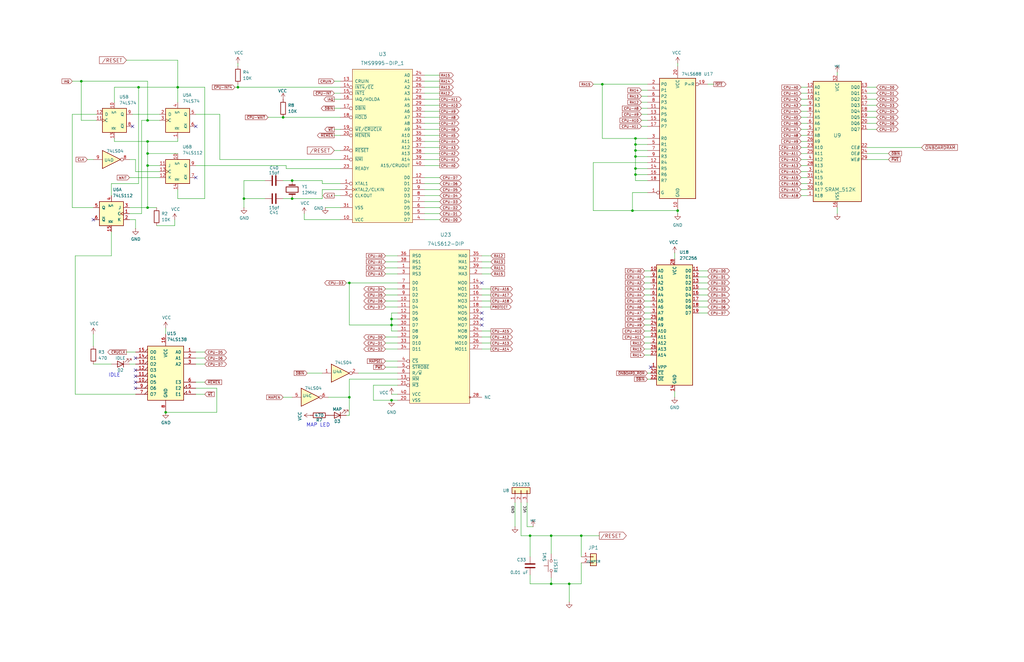
<source format=kicad_sch>
(kicad_sch (version 20231120) (generator "eeschema") (generator_version "8.0")
  (paper "USLedger")
  (title_block (title "CortexPC") (date "2025-05-25") (rev "V0.5"))
  (lib_symbols
    (symbol "74xx:74LS04"
      (property "Reference" "U" (at 0 1.27 0))
      (property "Value" "74LS04" (at 0 -1.27 0))
      (symbol "74LS04_1_0"
        (pin input line (at -7.62 0 0) (length 3.81) (name "~") (number "1"))
        (pin output inverted (at 7.62 0 180) (length 3.81) (name "~") (number "2"))
      )
      (symbol "74LS04_2_0"
        (pin input line (at -7.62 0 0) (length 3.81) (name "~") (number "3"))
        (pin output inverted (at 7.62 0 180) (length 3.81) (name "~") (number "4"))
      )
      (symbol "74LS04_3_0"
        (pin input line (at -7.62 0 0) (length 3.81) (name "~") (number "5"))
        (pin output inverted (at 7.62 0 180) (length 3.81) (name "~") (number "6"))
      )
      (symbol "74LS04_4_0"
        (pin output inverted (at 7.62 0 180) (length 3.81) (name "~") (number "8"))
        (pin input line (at -7.62 0 0) (length 3.81) (name "~") (number "9"))
      )
      (symbol "74LS04_5_0"
        (pin output inverted (at 7.62 0 180) (length 3.81) (name "~") (number "10"))
        (pin input line (at -7.62 0 0) (length 3.81) (name "~") (number "11"))
      )
      (symbol "74LS04_6_0"
        (pin output inverted (at 7.62 0 180) (length 3.81) (name "~") (number "12"))
        (pin input line (at -7.62 0 0) (length 3.81) (name "~") (number "13"))
      )
      (symbol "74LS04_7_0"
        (pin power_in line (at 0 12.7 270) (length 5.08) (name "VCC") (number "14"))
        (pin power_in line (at 0 -12.7 90) (length 5.08) (name "GND") (number "7"))
      )
    )
    (symbol "74xx:74LS112" (pin_names (offset 1.016))
      (property "Reference" "U" (at -7.62 8.89 0))
      (property "Value" "74LS112" (at -7.62 -8.89 0))
      (symbol "74LS112_1_0"
        (pin input clock (at -7.62 0 0) (length 2.54) (name "C") (number "1"))
        (pin input line (at 0 -7.62 90) (length 2.54) (name "~{R}") (number "15"))
        (pin input line (at -7.62 -2.54 0) (length 2.54) (name "K") (number "2"))
        (pin input line (at -7.62 2.54 0) (length 2.54) (name "J") (number "3"))
        (pin input line (at 0 7.62 270) (length 2.54) (name "~{S}") (number "4"))
        (pin output line (at 7.62 2.54 180) (length 2.54) (name "Q") (number "5"))
        (pin output line (at 7.62 -2.54 180) (length 2.54) (name "~{Q}") (number "6"))
      )
      (symbol "74LS112_2_0"
        (pin input line (at 0 7.62 270) (length 2.54) (name "~{S}") (number "10"))
        (pin input line (at -7.62 2.54 0) (length 2.54) (name "J") (number "11"))
        (pin input line (at -7.62 -2.54 0) (length 2.54) (name "K") (number "12"))
        (pin input clock (at -7.62 0 0) (length 2.54) (name "C") (number "13"))
        (pin input line (at 0 -7.62 90) (length 2.54) (name "~{R}") (number "14"))
        (pin output line (at 7.62 -2.54 180) (length 2.54) (name "~{Q}") (number "7"))
        (pin output line (at 7.62 2.54 180) (length 2.54) (name "Q") (number "9"))
      )
      (symbol "74LS112_3_0"
        (pin power_in line (at 0 10.16 270) (length 2.54) (name "VCC") (number "16"))
        (pin power_in line (at 0 -10.16 90) (length 2.54) (name "GND") (number "8"))
      )
    )
    (symbol "74xx:74LS138" (pin_names (offset 1.016))
      (property "Reference" "U" (at -7.62 11.43 0))
      (property "Value" "74LS138" (at -7.62 -13.97 0))
      (symbol "74LS138_1_0"
        (pin input line (at -12.7 7.62 0) (length 5.08) (name "A0") (number "1"))
        (pin output output_low (at 12.7 -5.08 180) (length 5.08) (name "O5") (number "10"))
        (pin output output_low (at 12.7 -2.54 180) (length 5.08) (name "O4") (number "11"))
        (pin output output_low (at 12.7 0 180) (length 5.08) (name "O3") (number "12"))
        (pin output output_low (at 12.7 2.54 180) (length 5.08) (name "O2") (number "13"))
        (pin output output_low (at 12.7 5.08 180) (length 5.08) (name "O1") (number "14"))
        (pin output output_low (at 12.7 7.62 180) (length 5.08) (name "O0") (number "15"))
        (pin power_in line (at 0 15.24 270) (length 5.08) (name "VCC") (number "16"))
        (pin input line (at -12.7 5.08 0) (length 5.08) (name "A1") (number "2"))
        (pin input line (at -12.7 2.54 0) (length 5.08) (name "A2") (number "3"))
        (pin input input_low (at -12.7 -10.16 0) (length 5.08) (name "E1") (number "4"))
        (pin input input_low (at -12.7 -7.62 0) (length 5.08) (name "E2") (number "5"))
        (pin input line (at -12.7 -5.08 0) (length 5.08) (name "E3") (number "6"))
        (pin output output_low (at 12.7 -10.16 180) (length 5.08) (name "O7") (number "7"))
        (pin power_in line (at 0 -17.78 90) (length 5.08) (name "GND") (number "8"))
        (pin output output_low (at 12.7 -7.62 180) (length 5.08) (name "O6") (number "9"))
      )
    )
    (symbol "74xx:74LS688"
      (property "Reference" "U" (at -7.62 26.67 0))
      (property "Value" "74LS688" (at -7.62 -26.67 0))
      (symbol "74LS688_1_0"
        (pin input inverted (at -12.7 -22.86 0) (length 5.08) (name "G") (number "1"))
        (pin power_in line (at 0 -30.48 90) (length 5.08) (name "GND") (number "10"))
        (pin input line (at -12.7 12.7 0) (length 5.08) (name "P4") (number "11"))
        (pin input line (at -12.7 -10.16 0) (length 5.08) (name "R4") (number "12"))
        (pin input line (at -12.7 10.16 0) (length 5.08) (name "P5") (number "13"))
        (pin input line (at -12.7 -12.7 0) (length 5.08) (name "R5") (number "14"))
        (pin input line (at -12.7 7.62 0) (length 5.08) (name "P6") (number "15"))
        (pin input line (at -12.7 -15.24 0) (length 5.08) (name "R6") (number "16"))
        (pin input line (at -12.7 5.08 0) (length 5.08) (name "P7") (number "17"))
        (pin input line (at -12.7 -17.78 0) (length 5.08) (name "R7") (number "18"))
        (pin output inverted (at 12.7 22.86 180) (length 5.08) (name "P=R") (number "19"))
        (pin input line (at -12.7 22.86 0) (length 5.08) (name "P0") (number "2"))
        (pin power_in line (at 0 30.48 270) (length 5.08) (name "VCC") (number "20"))
        (pin input line (at -12.7 0 0) (length 5.08) (name "R0") (number "3"))
        (pin input line (at -12.7 20.32 0) (length 5.08) (name "P1") (number "4"))
        (pin input line (at -12.7 -2.54 0) (length 5.08) (name "R1") (number "5"))
        (pin input line (at -12.7 17.78 0) (length 5.08) (name "P2") (number "6"))
        (pin input line (at -12.7 -5.08 0) (length 5.08) (name "R2") (number "7"))
        (pin input line (at -12.7 15.24 0) (length 5.08) (name "P3") (number "8"))
        (pin input line (at -12.7 -7.62 0) (length 5.08) (name "R3") (number "9"))
      )
    )
    (symbol "74xx:74LS74" (pin_names (offset 1.016))
      (property "Reference" "U" (at -7.62 8.89 0))
      (property "Value" "74LS74" (at -7.62 -8.89 0))
      (symbol "74LS74_1_0"
        (pin input line (at 0 -7.62 90) (length 2.54) (name "~{R}") (number "1"))
        (pin input line (at -7.62 2.54 0) (length 2.54) (name "D") (number "2"))
        (pin input clock (at -7.62 0 0) (length 2.54) (name "C") (number "3"))
        (pin input line (at 0 7.62 270) (length 2.54) (name "~{S}") (number "4"))
        (pin output line (at 7.62 2.54 180) (length 2.54) (name "Q") (number "5"))
        (pin output line (at 7.62 -2.54 180) (length 2.54) (name "~{Q}") (number "6"))
      )
      (symbol "74LS74_2_0"
        (pin input line (at 0 7.62 270) (length 2.54) (name "~{S}") (number "10"))
        (pin input clock (at -7.62 0 0) (length 2.54) (name "C") (number "11"))
        (pin input line (at -7.62 2.54 0) (length 2.54) (name "D") (number "12"))
        (pin input line (at 0 -7.62 90) (length 2.54) (name "~{R}") (number "13"))
        (pin output line (at 7.62 -2.54 180) (length 2.54) (name "~{Q}") (number "8"))
        (pin output line (at 7.62 2.54 180) (length 2.54) (name "Q") (number "9"))
      )
      (symbol "74LS74_3_0"
        (pin power_in line (at 0 10.16 270) (length 2.54) (name "VCC") (number "14"))
        (pin power_in line (at 0 -10.16 90) (length 2.54) (name "GND") (number "7"))
      )
    )
    (symbol "CUSTOM_LIB:74LS612-DIP" (pin_names (offset 1.016))
      (property "Reference" "IC2" (at 15.24 6.35 0))
      (property "Value" "74LS612-DIP" (at 15.24 2.54 0))
      (symbol "74LS612-DIP_1_0"
        (pin input line (at -5.08 -7.62 0) (length 5.08) (name "RS2") (number "1"))
        (pin bidirectional line (at -5.08 -21.59 0) (length 5.08) (name "D3") (number "10"))
        (pin bidirectional line (at -5.08 -24.13 0) (length 5.08) (name "D4") (number "11"))
        (pin bidirectional line (at -5.08 -26.67 0) (length 5.08) (name "D5") (number "12"))
        (pin input inverted (at -5.08 -54.61 0) (length 5.08) (name "~{MM}") (number "13"))
        (pin output line (at 30.48 -13.97 180) (length 5.08) (name "MO0") (number "14"))
        (pin output line (at 30.48 -16.51 180) (length 5.08) (name "MO1") (number "15"))
        (pin output line (at 30.48 -19.05 180) (length 5.08) (name "MO2") (number "16"))
        (pin output line (at 30.48 -21.59 180) (length 5.08) (name "MO3") (number "17"))
        (pin output line (at 30.48 -24.13 180) (length 5.08) (name "MO4") (number "18"))
        (pin output line (at 30.48 -26.67 180) (length 5.08) (name "MO5") (number "19"))
        (pin input line (at 30.48 -10.16 180) (length 5.08) (name "MA3") (number "2"))
        (pin power_in line (at -5.08 -63.5 0) (length 5.08) (name "VSS") (number "20"))
        (pin input inverted (at -5.08 -57.15 0) (length 5.08) (name "~{M3}") (number "21"))
        (pin output line (at 30.48 -29.21 180) (length 5.08) (name "MO6") (number "22"))
        (pin output line (at 30.48 -31.75 180) (length 5.08) (name "MO7") (number "23"))
        (pin output line (at 30.48 -34.29 180) (length 5.08) (name "MO8") (number "24"))
        (pin output line (at 30.48 -36.83 180) (length 5.08) (name "MO9") (number "25"))
        (pin output line (at 30.48 -39.37 180) (length 5.08) (name "MO10") (number "26"))
        (pin output line (at 30.48 -41.91 180) (length 5.08) (name "MO11") (number "27"))
        (pin no_connect line (at 25.4 -62.23 0) (length 5.08) (name "NC") (number "28"))
        (pin bidirectional line (at -5.08 -29.21 0) (length 5.08) (name "D6") (number "29"))
        (pin input line (at -5.08 -10.16 0) (length 5.08) (name "RS3") (number "3"))
        (pin bidirectional line (at -5.08 -31.75 0) (length 5.08) (name "D7") (number "30"))
        (pin bidirectional line (at -5.08 -34.29 0) (length 5.08) (name "D8") (number "31"))
        (pin input line (at -5.08 -36.83 0) (length 5.08) (name "D9") (number "32"))
        (pin input line (at -5.08 -39.37 0) (length 5.08) (name "D10") (number "33"))
        (pin input line (at -5.08 -41.91 0) (length 5.08) (name "D11") (number "34"))
        (pin input line (at 30.48 -2.54 180) (length 5.08) (name "MA0") (number "35"))
        (pin input line (at -5.08 -2.54 0) (length 5.08) (name "RS0") (number "36"))
        (pin input line (at 30.48 -5.08 180) (length 5.08) (name "MA1") (number "37"))
        (pin input line (at -5.08 -5.08 0) (length 5.08) (name "RS1") (number "38"))
        (pin input line (at 30.48 -7.62 180) (length 5.08) (name "MA2") (number "39"))
        (pin input inverted (at -5.08 -46.99 0) (length 5.08) (name "~{CS}") (number "4"))
        (pin power_in line (at -5.08 -60.96 0) (length 5.08) (name "VCC") (number "40"))
        (pin input inverted (at -5.08 -49.53 0) (length 5.08) (name "~{STROBE}") (number "5"))
        (pin input line (at -5.08 -52.07 0) (length 5.08) (name "R/~{W}") (number "6"))
        (pin bidirectional line (at -5.08 -13.97 0) (length 5.08) (name "D0") (number "7"))
        (pin bidirectional line (at -5.08 -16.51 0) (length 5.08) (name "D1") (number "8"))
        (pin bidirectional line (at -5.08 -19.05 0) (length 5.08) (name "D2") (number "9"))
      )
    )
    (symbol "CUSTOM_LIB:TMS9995-DIP_1" (pin_names (offset 1.016))
      (property "Reference" "IC1" (at 12.7 5.715 0))
      (property "Value" "TMS9995-DIP_1" (at 12.7 1.905 0))
      (symbol "TMS9995-DIP_1_1_0"
        (pin input inverted (at -5.08 -48.26 0) (length 5.08) (name "XTAL1") (number "1"))
        (pin power_in line (at -5.08 -63.5 0) (length 5.08) (name "VCC") (number "10"))
        (pin bidirectional line (at 30.48 -48.26 180) (length 5.08) (name "D1") (number "11"))
        (pin bidirectional line (at 30.48 -45.72 180) (length 5.08) (name "D0") (number "12"))
        (pin input line (at -5.08 -5.08 0) (length 5.08) (name "CRUIN") (number "13"))
        (pin input inverted (at -5.08 -7.62 0) (length 5.08) (name "~{INT4}/~{EC}") (number "14"))
        (pin input inverted (at -5.08 -10.16 0) (length 5.08) (name "~{INT1}") (number "15"))
        (pin output line (at -5.08 -12.7 0) (length 5.08) (name "IAQ/HOLDA") (number "16"))
        (pin input inverted (at -5.08 -16.51 0) (length 5.08) (name "~{DBIN}") (number "17"))
        (pin input inverted (at -5.08 -20.32 0) (length 5.08) (name "~{HOLD}") (number "18"))
        (pin output inverted (at -5.08 -25.4 0) (length 5.08) (name "~{WE}/~{CRUCLK}") (number "19"))
        (pin input clock (at -5.08 -50.8 0) (length 5.08) (name "XTAL2/CLKIN") (number "2"))
        (pin output inverted (at -5.08 -27.94 0) (length 5.08) (name "~{MENEN}") (number "20"))
        (pin input inverted (at -5.08 -38.1 0) (length 5.08) (name "~{NMI}") (number "21"))
        (pin input inverted (at -5.08 -34.29 0) (length 5.08) (name "~{RESET}") (number "22"))
        (pin input line (at -5.08 -41.91 0) (length 5.08) (name "READY") (number "23"))
        (pin output line (at 30.48 -2.54 180) (length 5.08) (name "A0") (number "24"))
        (pin output line (at 30.48 -5.08 180) (length 5.08) (name "A1") (number "25"))
        (pin output line (at 30.48 -7.62 180) (length 5.08) (name "A2") (number "26"))
        (pin output line (at 30.48 -10.16 180) (length 5.08) (name "A3") (number "27"))
        (pin output line (at 30.48 -12.7 180) (length 5.08) (name "A4") (number "28"))
        (pin output line (at 30.48 -15.24 180) (length 5.08) (name "A5") (number "29"))
        (pin output inverted (at -5.08 -53.34 0) (length 5.08) (name "CLKOUT") (number "3"))
        (pin output line (at 30.48 -17.78 180) (length 5.08) (name "A6") (number "30"))
        (pin power_in line (at -5.08 -58.42 0) (length 5.08) (name "VSS") (number "31"))
        (pin output line (at 30.48 -20.32 180) (length 5.08) (name "A7") (number "32"))
        (pin output line (at 30.48 -22.86 180) (length 5.08) (name "A8") (number "33"))
        (pin output line (at 30.48 -25.4 180) (length 5.08) (name "A9") (number "34"))
        (pin output line (at 30.48 -27.94 180) (length 5.08) (name "A10") (number "35"))
        (pin output line (at 30.48 -30.48 180) (length 5.08) (name "A11") (number "36"))
        (pin output line (at 30.48 -33.02 180) (length 5.08) (name "A12") (number "37"))
        (pin output line (at 30.48 -35.56 180) (length 5.08) (name "A13") (number "38"))
        (pin output line (at 30.48 -38.1 180) (length 5.08) (name "A14") (number "39"))
        (pin bidirectional line (at 30.48 -63.5 180) (length 5.08) (name "D7") (number "4"))
        (pin output line (at 30.48 -40.64 180) (length 5.08) (name "A15/CRUOUT") (number "40"))
        (pin bidirectional line (at 30.48 -60.96 180) (length 5.08) (name "D6") (number "5"))
        (pin bidirectional line (at 30.48 -58.42 180) (length 5.08) (name "D5") (number "6"))
        (pin bidirectional line (at 30.48 -55.88 180) (length 5.08) (name "D4") (number "7"))
        (pin bidirectional line (at 30.48 -53.34 180) (length 5.08) (name "D3") (number "8"))
        (pin bidirectional line (at 30.48 -50.8 180) (length 5.08) (name "D2") (number "9"))
      )
    )
    (symbol "Connector_Generic:Conn_01x02" (pin_names (offset 1.016) hide)
      (property "Reference" "J" (at 0 2.54 0))
      (property "Value" "Conn_01x02" (at 0 -5.08 0))
      (symbol "Conn_01x02_1_1"
        (pin passive line (at -5.08 0 0) (length 3.81) (name "Pin_1") (number "1"))
        (pin passive line (at -5.08 -2.54 0) (length 3.81) (name "Pin_2") (number "2"))
      )
    )
    (symbol "Connector_Generic:Conn_01x03" (pin_names (offset 1.016) hide)
      (property "Reference" "J" (at 0 5.08 0))
      (property "Value" "Conn_01x03" (at 0 -5.08 0))
      (symbol "Conn_01x03_1_1"
        (pin passive line (at -5.08 2.54 0) (length 3.81) (name "Pin_1") (number "1"))
        (pin passive line (at -5.08 0 0) (length 3.81) (name "Pin_2") (number "2"))
        (pin passive line (at -5.08 -2.54 0) (length 3.81) (name "Pin_3") (number "3"))
      )
    )
    (symbol "Device:C" (pin_numbers hide) (pin_names (offset 0.254))
      (property "Reference" "C" (at 0.635 2.54 0))
      (property "Value" "C" (at 0.635 -2.54 0))
      (symbol "C_1_1"
        (pin passive line (at 0 3.81 270) (length 2.794) (name "~") (number "1"))
        (pin passive line (at 0 -3.81 90) (length 2.794) (name "~") (number "2"))
      )
    )
    (symbol "Device:Crystal" (pin_numbers hide) (pin_names (offset 1.016) hide)
      (property "Reference" "Y" (at 0 3.81 0))
      (property "Value" "Crystal" (at 0 -3.81 0))
      (symbol "Crystal_1_1"
        (pin passive line (at -3.81 0 0) (length 1.27) (name "1") (number "1"))
        (pin passive line (at 3.81 0 180) (length 1.27) (name "2") (number "2"))
      )
    )
    (symbol "Device:LED" (pin_numbers hide) (pin_names (offset 1.016) hide)
      (property "Reference" "D" (at 0 2.54 0))
      (property "Value" "LED" (at 0 -2.54 0))
      (symbol "LED_1_1"
        (pin passive line (at -3.81 0 0) (length 2.54) (name "K") (number "1"))
        (pin passive line (at 3.81 0 180) (length 2.54) (name "A") (number "2"))
      )
    )
    (symbol "Device:R" (pin_numbers hide) (pin_names (offset 0))
      (property "Reference" "R" (at 2.032 0 90))
      (property "Value" "R" (at 0 0 90))
      (symbol "R_1_1"
        (pin passive line (at 0 3.81 270) (length 1.27) (name "~") (number "1"))
        (pin passive line (at 0 -3.81 90) (length 1.27) (name "~") (number "2"))
      )
    )
    (symbol "Memory_EPROM:27C256"
      (property "Reference" "U" (at -7.62 26.67 0))
      (property "Value" "27C256" (at 2.54 -26.67 0))
      (symbol "27C256_1_1"
        (pin input line (at -10.16 -17.78 0) (length 2.54) (name "VPP") (number "1"))
        (pin input line (at -10.16 22.86 0) (length 2.54) (name "A0") (number "10"))
        (pin tri_state line (at 10.16 22.86 180) (length 2.54) (name "D0") (number "11"))
        (pin tri_state line (at 10.16 20.32 180) (length 2.54) (name "D1") (number "12"))
        (pin tri_state line (at 10.16 17.78 180) (length 2.54) (name "D2") (number "13"))
        (pin power_in line (at 0 -27.94 90) (length 2.54) (name "GND") (number "14"))
        (pin tri_state line (at 10.16 15.24 180) (length 2.54) (name "D3") (number "15"))
        (pin tri_state line (at 10.16 12.7 180) (length 2.54) (name "D4") (number "16"))
        (pin tri_state line (at 10.16 10.16 180) (length 2.54) (name "D5") (number "17"))
        (pin tri_state line (at 10.16 7.62 180) (length 2.54) (name "D6") (number "18"))
        (pin tri_state line (at 10.16 5.08 180) (length 2.54) (name "D7") (number "19"))
        (pin input line (at -10.16 -7.62 0) (length 2.54) (name "A12") (number "2"))
        (pin input line (at -10.16 -20.32 0) (length 2.54) (name "~{CE}") (number "20"))
        (pin input line (at -10.16 -2.54 0) (length 2.54) (name "A10") (number "21"))
        (pin input line (at -10.16 -22.86 0) (length 2.54) (name "~{OE}") (number "22"))
        (pin input line (at -10.16 -5.08 0) (length 2.54) (name "A11") (number "23"))
        (pin input line (at -10.16 0 0) (length 2.54) (name "A9") (number "24"))
        (pin input line (at -10.16 2.54 0) (length 2.54) (name "A8") (number "25"))
        (pin input line (at -10.16 -10.16 0) (length 2.54) (name "A13") (number "26"))
        (pin input line (at -10.16 -12.7 0) (length 2.54) (name "A14") (number "27"))
        (pin power_in line (at 0 27.94 270) (length 2.54) (name "VCC") (number "28"))
        (pin input line (at -10.16 5.08 0) (length 2.54) (name "A7") (number "3"))
        (pin input line (at -10.16 7.62 0) (length 2.54) (name "A6") (number "4"))
        (pin input line (at -10.16 10.16 0) (length 2.54) (name "A5") (number "5"))
        (pin input line (at -10.16 12.7 0) (length 2.54) (name "A4") (number "6"))
        (pin input line (at -10.16 15.24 0) (length 2.54) (name "A3") (number "7"))
        (pin input line (at -10.16 17.78 0) (length 2.54) (name "A2") (number "8"))
        (pin input line (at -10.16 20.32 0) (length 2.54) (name "A1") (number "9"))
      )
    )
    (symbol "Memory_RAM:AS6C4008-55PCN"
      (property "Reference" "U" (at -10.16 26.035 0))
      (property "Value" "AS6C4008-55PCN" (at 2.54 26.035 0))
      (symbol "AS6C4008-55PCN_0_0"
        (pin power_in line (at 0 -27.94 90) (length 2.54) (name "VSS") (number "16"))
        (pin power_in line (at 0 27.94 270) (length 2.54) (name "VCC") (number "32"))
      )
      (symbol "AS6C4008-55PCN_1_1"
        (pin input line (at -12.7 -22.86 0) (length 2.54) (name "A18") (number "1"))
        (pin input line (at -12.7 17.78 0) (length 2.54) (name "A2") (number "10"))
        (pin input line (at -12.7 20.32 0) (length 2.54) (name "A1") (number "11"))
        (pin input line (at -12.7 22.86 0) (length 2.54) (name "A0") (number "12"))
        (pin tri_state line (at 12.7 22.86 180) (length 2.54) (name "DQ0") (number "13"))
        (pin tri_state line (at 12.7 20.32 180) (length 2.54) (name "DQ1") (number "14"))
        (pin tri_state line (at 12.7 17.78 180) (length 2.54) (name "DQ2") (number "15"))
        (pin tri_state line (at 12.7 15.24 180) (length 2.54) (name "DQ3") (number "17"))
        (pin tri_state line (at 12.7 12.7 180) (length 2.54) (name "DQ4") (number "18"))
        (pin tri_state line (at 12.7 10.16 180) (length 2.54) (name "DQ5") (number "19"))
        (pin input line (at -12.7 -17.78 0) (length 2.54) (name "A16") (number "2"))
        (pin tri_state line (at 12.7 7.62 180) (length 2.54) (name "DQ6") (number "20"))
        (pin tri_state line (at 12.7 5.08 180) (length 2.54) (name "DQ7") (number "21"))
        (pin input line (at 12.7 -2.54 180) (length 2.54) (name "CE#") (number "22"))
        (pin input line (at -12.7 -2.54 0) (length 2.54) (name "A10") (number "23"))
        (pin input line (at 12.7 -5.08 180) (length 2.54) (name "OE#") (number "24"))
        (pin input line (at -12.7 -5.08 0) (length 2.54) (name "A11") (number "25"))
        (pin input line (at -12.7 0 0) (length 2.54) (name "A9") (number "26"))
        (pin input line (at -12.7 2.54 0) (length 2.54) (name "A8") (number "27"))
        (pin input line (at -12.7 -10.16 0) (length 2.54) (name "A13") (number "28"))
        (pin input line (at 12.7 -7.62 180) (length 2.54) (name "WE#") (number "29"))
        (pin input line (at -12.7 -12.7 0) (length 2.54) (name "A14") (number "3"))
        (pin input line (at -12.7 -20.32 0) (length 2.54) (name "A17") (number "30"))
        (pin input line (at -12.7 -15.24 0) (length 2.54) (name "A15") (number "31"))
        (pin input line (at -12.7 -7.62 0) (length 2.54) (name "A12") (number "4"))
        (pin input line (at -12.7 5.08 0) (length 2.54) (name "A7") (number "5"))
        (pin input line (at -12.7 7.62 0) (length 2.54) (name "A6") (number "6"))
        (pin input line (at -12.7 10.16 0) (length 2.54) (name "A5") (number "7"))
        (pin input line (at -12.7 12.7 0) (length 2.54) (name "A4") (number "8"))
        (pin input line (at -12.7 15.24 0) (length 2.54) (name "A3") (number "9"))
      )
    )
    (symbol "Switch:SW_Push" (pin_numbers hide) (pin_names (offset 1.016) hide)
      (property "Reference" "SW" (at 1.27 2.54 0))
      (property "Value" "SW_Push" (at 0 -1.524 0))
      (symbol "SW_Push_0_1"
        (pin passive line (at -5.08 0 0) (length 2.54) (name "1") (number "1"))
        (pin passive line (at 5.08 0 180) (length 2.54) (name "2") (number "2"))
      )
    )
    (symbol "power:GND" (power) (pin_numbers hide) (pin_names (offset 0) hide)
      (property "Value" "GND" (at 0 -3.81 0))
      (symbol "GND_1_1"
        (pin power_in line (at 0 0 270) (length 0) (name "~") (number "1"))
      )
    )
    (symbol "power:VCC" (power) (pin_numbers hide) (pin_names (offset 0) hide)
      (property "Value" "VCC" (at 0 3.556 0))
      (symbol "VCC_1_1"
        (pin power_in line (at 0 0 90) (length 0) (name "~") (number "1"))
      )
    )
  )
  (junction (at 232.41 246.38))
  (junction (at 62.23 64.77))
  (junction (at 62.23 87.63))
  (junction (at 223.52 226.06))
  (junction (at 240.03 246.38))
  (junction (at 266.7 88.9))
  (junction (at 285.75 88.9))
  (junction (at 62.23 69.85))
  (junction (at 102.87 83.82))
  (junction (at 232.41 226.06))
  (junction (at 119.38 49.53))
  (junction (at 267.97 71.12))
  (junction (at 58.42 36.83))
  (junction (at 62.23 50.8))
  (junction (at 62.23 59.69))
  (junction (at 147.32 167.64))
  (junction (at 165.1 134.62))
  (junction (at 267.97 73.66))
  (junction (at 100.33 36.83))
  (junction (at 267.97 63.5))
  (junction (at 267.97 66.04))
  (junction (at 267.97 60.96))
  (junction (at 123.19 76.2))
  (junction (at 165.1 168.91))
  (junction (at 245.11 226.06))
  (junction (at 74.93 36.83))
  (junction (at 254 35.56))
  (junction (at 267.97 58.42))
  (junction (at 69.85 173.99))
  (junction (at 147.32 119.38))
  (junction (at 34.29 34.29))
  (junction (at 165.1 137.16))
  (junction (at 123.19 83.82))
  (no_connect (at 82.55 53.34))
  (no_connect (at 203.2 134.62))
  (no_connect (at 203.2 137.16))
  (no_connect (at 57.15 161.29))
  (no_connect (at 55.88 53.34))
  (no_connect (at 203.2 132.08))
  (no_connect (at 203.2 119.38))
  (no_connect (at 57.15 158.75))
  (no_connect (at 57.15 151.13))
  (no_connect (at 274.32 154.94))
  (no_connect (at 57.15 156.21))
  (no_connect (at 39.37 92.71))
  (no_connect (at 57.15 163.83))
  (no_connect (at 82.55 74.93))
  (wire (pts (xy 179.07 77.47) (xy 185.42 77.47)))
  (wire (pts (xy 203.2 144.78) (xy 207.01 144.78)))
  (wire (pts (xy 179.07 90.17) (xy 185.42 90.17)))
  (wire (pts (xy 270.51 38.1) (xy 273.05 38.1)))
  (wire (pts (xy 82.55 166.37) (xy 86.36 166.37)))
  (wire (pts (xy 270.51 50.8) (xy 273.05 50.8)))
  (wire (pts (xy 365.76 44.45) (xy 369.57 44.45)))
  (wire (pts (xy 146.05 175.26) (xy 147.32 175.26)))
  (wire (pts (xy 271.78 139.7) (xy 274.32 139.7)))
  (wire (pts (xy 179.07 44.45) (xy 185.42 44.45)))
  (wire (pts (xy 162.56 129.54) (xy 167.64 129.54)))
  (wire (pts (xy 273.05 157.48) (xy 274.32 157.48)))
  (wire (pts (xy 270.51 53.34) (xy 273.05 53.34)))
  (wire (pts (xy 271.78 127) (xy 274.32 127)))
  (wire (pts (xy 140.97 41.91) (xy 143.51 41.91)))
  (wire (pts (xy 254 35.56) (xy 254 58.42)))
  (wire (pts (xy 123.19 76.2) (xy 135.89 76.2)))
  (wire (pts (xy 140.97 82.55) (xy 143.51 82.55)))
  (wire (pts (xy 74.93 36.83) (xy 74.93 43.18)))
  (wire (pts (xy 250.19 35.56) (xy 254 35.56)))
  (wire (pts (xy 162.56 121.92) (xy 167.64 121.92)))
  (wire (pts (xy 86.36 36.83) (xy 86.36 83.82)))
  (wire (pts (xy 128.27 90.17) (xy 128.27 92.71)))
  (wire (pts (xy 245.11 237.49) (xy 245.11 246.38)))
  (wire (pts (xy 138.43 167.64) (xy 147.32 167.64)))
  (wire (pts (xy 271.78 132.08) (xy 274.32 132.08)))
  (wire (pts (xy 140.97 63.5) (xy 143.51 63.5)))
  (wire (pts (xy 223.52 246.38) (xy 232.41 246.38)))
  (wire (pts (xy 179.07 52.07) (xy 185.42 52.07)))
  (wire (pts (xy 54.61 74.93) (xy 67.31 74.93)))
  (wire (pts (xy 365.76 41.91) (xy 369.57 41.91)))
  (wire (pts (xy 337.82 77.47) (xy 340.36 77.47)))
  (wire (pts (xy 271.78 119.38) (xy 274.32 119.38)))
  (wire (pts (xy 285.75 88.9) (xy 285.75 90.17)))
  (wire (pts (xy 91.44 163.83) (xy 91.44 173.99)))
  (wire (pts (xy 82.55 161.29) (xy 86.36 161.29)))
  (wire (pts (xy 162.56 107.95) (xy 167.64 107.95)))
  (wire (pts (xy 270.51 48.26) (xy 273.05 48.26)))
  (wire (pts (xy 179.07 64.77) (xy 185.42 64.77)))
  (wire (pts (xy 245.11 226.06) (xy 252.73 226.06)))
  (wire (pts (xy 147.32 137.16) (xy 147.32 119.38)))
  (wire (pts (xy 271.78 124.46) (xy 274.32 124.46)))
  (wire (pts (xy 74.93 58.42) (xy 74.93 59.69)))
  (wire (pts (xy 54.61 87.63) (xy 62.23 87.63)))
  (wire (pts (xy 165.1 137.16) (xy 167.64 137.16)))
  (wire (pts (xy 123.19 83.82) (xy 135.89 83.82)))
  (wire (pts (xy 167.64 139.7) (xy 165.1 139.7)))
  (wire (pts (xy 294.64 119.38) (xy 298.45 119.38)))
  (wire (pts (xy 140.97 45.72) (xy 143.51 45.72)))
  (wire (pts (xy 82.55 163.83) (xy 91.44 163.83)))
  (wire (pts (xy 58.42 36.83) (xy 74.93 36.83)))
  (wire (pts (xy 267.97 73.66) (xy 267.97 71.12)))
  (wire (pts (xy 36.83 67.31) (xy 39.37 67.31)))
  (wire (pts (xy 203.2 115.57) (xy 207.01 115.57)))
  (wire (pts (xy 232.41 226.06) (xy 245.11 226.06)))
  (wire (pts (xy 294.64 132.08) (xy 298.45 132.08)))
  (wire (pts (xy 337.82 46.99) (xy 340.36 46.99)))
  (wire (pts (xy 66.04 95.25) (xy 73.66 95.25)))
  (wire (pts (xy 179.07 59.69) (xy 185.42 59.69)))
  (wire (pts (xy 365.76 36.83) (xy 369.57 36.83)))
  (wire (pts (xy 203.2 142.24) (xy 207.01 142.24)))
  (wire (pts (xy 271.78 121.92) (xy 274.32 121.92)))
  (wire (pts (xy 203.2 113.03) (xy 207.01 113.03)))
  (wire (pts (xy 179.07 69.85) (xy 185.42 69.85)))
  (wire (pts (xy 62.23 34.29) (xy 62.23 50.8)))
  (wire (pts (xy 337.82 57.15) (xy 340.36 57.15)))
  (wire (pts (xy 31.75 107.95) (xy 31.75 166.37)))
  (wire (pts (xy 337.82 64.77) (xy 340.36 64.77)))
  (wire (pts (xy 266.7 81.28) (xy 266.7 88.9)))
  (wire (pts (xy 62.23 69.85) (xy 67.31 69.85)))
  (wire (pts (xy 165.1 134.62) (xy 167.64 134.62)))
  (wire (pts (xy 337.82 80.01) (xy 340.36 80.01)))
  (wire (pts (xy 137.16 87.63) (xy 143.51 87.63)))
  (wire (pts (xy 62.23 59.69) (xy 48.26 59.69)))
  (wire (pts (xy 273.05 160.02) (xy 274.32 160.02)))
  (wire (pts (xy 162.56 115.57) (xy 167.64 115.57)))
  (wire (pts (xy 365.76 62.23) (xy 388.62 62.23)))
  (wire (pts (xy 337.82 41.91) (xy 340.36 41.91)))
  (wire (pts (xy 162.56 154.94) (xy 167.64 154.94)))
  (wire (pts (xy 62.23 87.63) (xy 66.04 87.63)))
  (wire (pts (xy 203.2 110.49) (xy 207.01 110.49)))
  (wire (pts (xy 267.97 60.96) (xy 267.97 58.42)))
  (wire (pts (xy 271.78 137.16) (xy 274.32 137.16)))
  (wire (pts (xy 100.33 26.67) (xy 100.33 27.94)))
  (wire (pts (xy 353.06 87.63) (xy 353.06 90.17)))
  (wire (pts (xy 298.45 35.56) (xy 300.99 35.56)))
  (wire (pts (xy 203.2 124.46) (xy 207.01 124.46)))
  (wire (pts (xy 48.26 59.69) (xy 48.26 58.42)))
  (wire (pts (xy 179.07 74.93) (xy 185.42 74.93)))
  (wire (pts (xy 113.03 49.53) (xy 119.38 49.53)))
  (wire (pts (xy 284.48 165.1) (xy 284.48 167.64)))
  (wire (pts (xy 39.37 140.97) (xy 39.37 146.05)))
  (wire (pts (xy 267.97 66.04) (xy 267.97 63.5)))
  (wire (pts (xy 365.76 46.99) (xy 369.57 46.99)))
  (wire (pts (xy 165.1 166.37) (xy 167.64 166.37)))
  (wire (pts (xy 271.78 142.24) (xy 274.32 142.24)))
  (wire (pts (xy 86.36 83.82) (xy 74.93 83.82)))
  (wire (pts (xy 179.07 87.63) (xy 185.42 87.63)))
  (wire (pts (xy 59.69 50.8) (xy 59.69 90.17)))
  (wire (pts (xy 365.76 49.53) (xy 369.57 49.53)))
  (wire (pts (xy 120.65 69.85) (xy 120.65 71.12)))
  (wire (pts (xy 337.82 69.85) (xy 340.36 69.85)))
  (wire (pts (xy 270.51 40.64) (xy 273.05 40.64)))
  (wire (pts (xy 254 35.56) (xy 273.05 35.56)))
  (wire (pts (xy 337.82 39.37) (xy 340.36 39.37)))
  (wire (pts (xy 273.05 66.04) (xy 267.97 66.04)))
  (wire (pts (xy 250.19 68.58) (xy 273.05 68.58)))
  (wire (pts (xy 232.41 243.84) (xy 232.41 246.38)))
  (wire (pts (xy 128.27 92.71) (xy 143.51 92.71)))
  (wire (pts (xy 62.23 59.69) (xy 62.23 64.77)))
  (wire (pts (xy 40.64 48.26) (xy 30.48 48.26)))
  (wire (pts (xy 294.64 124.46) (xy 298.45 124.46)))
  (wire (pts (xy 147.32 167.64) (xy 147.32 175.26)))
  (wire (pts (xy 46.99 82.55) (xy 46.99 77.47)))
  (wire (pts (xy 179.07 39.37) (xy 185.42 39.37)))
  (wire (pts (xy 271.78 134.62) (xy 274.32 134.62)))
  (wire (pts (xy 337.82 74.93) (xy 340.36 74.93)))
  (wire (pts (xy 250.19 88.9) (xy 266.7 88.9)))
  (wire (pts (xy 337.82 59.69) (xy 340.36 59.69)))
  (wire (pts (xy 294.64 121.92) (xy 298.45 121.92)))
  (wire (pts (xy 73.66 95.25) (xy 73.66 92.71)))
  (wire (pts (xy 55.88 48.26) (xy 67.31 48.26)))
  (wire (pts (xy 92.71 48.26) (xy 92.71 67.31)))
  (wire (pts (xy 162.56 124.46) (xy 167.64 124.46)))
  (wire (pts (xy 54.61 90.17) (xy 59.69 90.17)))
  (wire (pts (xy 165.1 139.7) (xy 165.1 137.16)))
  (wire (pts (xy 337.82 36.83) (xy 340.36 36.83)))
  (wire (pts (xy 267.97 63.5) (xy 267.97 60.96)))
  (wire (pts (xy 146.05 119.38) (xy 147.32 119.38)))
  (wire (pts (xy 54.61 92.71) (xy 57.15 92.71)))
  (wire (pts (xy 223.52 242.57) (xy 223.52 246.38)))
  (wire (pts (xy 337.82 44.45) (xy 340.36 44.45)))
  (wire (pts (xy 337.82 67.31) (xy 340.36 67.31)))
  (wire (pts (xy 165.1 168.91) (xy 167.64 168.91)))
  (wire (pts (xy 62.23 64.77) (xy 62.23 69.85)))
  (wire (pts (xy 162.56 127) (xy 167.64 127)))
  (wire (pts (xy 129.54 157.48) (xy 135.89 157.48)))
  (wire (pts (xy 74.93 36.83) (xy 86.36 36.83)))
  (wire (pts (xy 48.26 36.83) (xy 58.42 36.83)))
  (wire (pts (xy 273.05 63.5) (xy 267.97 63.5)))
  (wire (pts (xy 165.1 134.62) (xy 165.1 132.08)))
  (wire (pts (xy 294.64 116.84) (xy 298.45 116.84)))
  (wire (pts (xy 162.56 144.78) (xy 167.64 144.78)))
  (wire (pts (xy 337.82 82.55) (xy 340.36 82.55)))
  (wire (pts (xy 30.48 87.63) (xy 39.37 87.63)))
  (wire (pts (xy 57.15 67.31) (xy 54.61 67.31)))
  (wire (pts (xy 232.41 226.06) (xy 232.41 233.68)))
  (wire (pts (xy 179.07 82.55) (xy 185.42 82.55)))
  (wire (pts (xy 203.2 139.7) (xy 207.01 139.7)))
  (wire (pts (xy 222.25 222.25) (xy 224.79 222.25)))
  (wire (pts (xy 203.2 129.54) (xy 207.01 129.54)))
  (wire (pts (xy 119.38 49.53) (xy 143.51 49.53)))
  (wire (pts (xy 179.07 41.91) (xy 185.42 41.91)))
  (wire (pts (xy 99.06 36.83) (xy 100.33 36.83)))
  (wire (pts (xy 46.99 107.95) (xy 31.75 107.95)))
  (wire (pts (xy 222.25 212.09) (xy 222.25 222.25)))
  (wire (pts (xy 31.75 166.37) (xy 57.15 166.37)))
  (wire (pts (xy 34.29 34.29) (xy 62.23 34.29)))
  (wire (pts (xy 82.55 153.67) (xy 86.36 153.67)))
  (wire (pts (xy 46.99 77.47) (xy 58.42 77.47)))
  (wire (pts (xy 250.19 68.58) (xy 250.19 88.9)))
  (wire (pts (xy 337.82 62.23) (xy 340.36 62.23)))
  (wire (pts (xy 91.44 173.99) (xy 69.85 173.99)))
  (wire (pts (xy 271.78 114.3) (xy 274.32 114.3)))
  (wire (pts (xy 337.82 72.39) (xy 340.36 72.39)))
  (wire (pts (xy 240.03 246.38) (xy 240.03 254)))
  (wire (pts (xy 219.71 212.09) (xy 219.71 226.06)))
  (wire (pts (xy 157.48 162.56) (xy 157.48 168.91)))
  (wire (pts (xy 179.07 46.99) (xy 185.42 46.99)))
  (wire (pts (xy 217.17 212.09) (xy 217.17 222.25)))
  (wire (pts (xy 74.93 59.69) (xy 62.23 59.69)))
  (wire (pts (xy 179.07 57.15) (xy 185.42 57.15)))
  (wire (pts (xy 135.89 77.47) (xy 135.89 76.2)))
  (wire (pts (xy 271.78 129.54) (xy 274.32 129.54)))
  (wire (pts (xy 203.2 121.92) (xy 207.01 121.92)))
  (wire (pts (xy 157.48 162.56) (xy 167.64 162.56)))
  (wire (pts (xy 140.97 54.61) (xy 143.51 54.61)))
  (wire (pts (xy 365.76 52.07) (xy 369.57 52.07)))
  (wire (pts (xy 119.38 76.2) (xy 123.19 76.2)))
  (wire (pts (xy 165.1 137.16) (xy 147.32 137.16)))
  (wire (pts (xy 245.11 226.06) (xy 245.11 234.95)))
  (wire (pts (xy 167.64 160.02) (xy 147.32 160.02)))
  (wire (pts (xy 271.78 116.84) (xy 274.32 116.84)))
  (wire (pts (xy 365.76 67.31) (xy 374.65 67.31)))
  (wire (pts (xy 179.07 36.83) (xy 185.42 36.83)))
  (wire (pts (xy 57.15 92.71) (xy 57.15 96.52)))
  (wire (pts (xy 365.76 64.77) (xy 374.65 64.77)))
  (wire (pts (xy 30.48 48.26) (xy 30.48 87.63)))
  (wire (pts (xy 203.2 127) (xy 207.01 127)))
  (wire (pts (xy 179.07 49.53) (xy 185.42 49.53)))
  (wire (pts (xy 62.23 69.85) (xy 62.23 87.63)))
  (wire (pts (xy 240.03 246.38) (xy 245.11 246.38)))
  (wire (pts (xy 74.93 83.82) (xy 74.93 80.01)))
  (wire (pts (xy 102.87 83.82) (xy 111.76 83.82)))
  (wire (pts (xy 254 58.42) (xy 267.97 58.42)))
  (wire (pts (xy 62.23 50.8) (xy 67.31 50.8)))
  (wire (pts (xy 92.71 67.31) (xy 143.51 67.31)))
  (wire (pts (xy 119.38 83.82) (xy 123.19 83.82)))
  (wire (pts (xy 74.93 64.77) (xy 62.23 64.77)))
  (wire (pts (xy 219.71 226.06) (xy 223.52 226.06)))
  (wire (pts (xy 271.78 147.32) (xy 274.32 147.32)))
  (wire (pts (xy 284.48 106.68) (xy 284.48 109.22)))
  (wire (pts (xy 34.29 34.29) (xy 34.29 50.8)))
  (wire (pts (xy 179.07 34.29) (xy 185.42 34.29)))
  (wire (pts (xy 273.05 71.12) (xy 267.97 71.12)))
  (wire (pts (xy 143.51 77.47) (xy 135.89 77.47)))
  (wire (pts (xy 54.61 153.67) (xy 57.15 153.67)))
  (wire (pts (xy 266.7 88.9) (xy 285.75 88.9)))
  (wire (pts (xy 365.76 39.37) (xy 369.57 39.37)))
  (wire (pts (xy 100.33 36.83) (xy 143.51 36.83)))
  (wire (pts (xy 270.51 43.18) (xy 273.05 43.18)))
  (wire (pts (xy 294.64 114.3) (xy 298.45 114.3)))
  (wire (pts (xy 232.41 246.38) (xy 240.03 246.38)))
  (wire (pts (xy 179.07 31.75) (xy 185.42 31.75)))
  (wire (pts (xy 57.15 72.39) (xy 57.15 67.31)))
  (wire (pts (xy 267.97 76.2) (xy 267.97 73.66)))
  (wire (pts (xy 179.07 85.09) (xy 185.42 85.09)))
  (wire (pts (xy 179.07 62.23) (xy 185.42 62.23)))
  (wire (pts (xy 82.55 148.59) (xy 86.36 148.59)))
  (wire (pts (xy 203.2 107.95) (xy 207.01 107.95)))
  (wire (pts (xy 59.69 50.8) (xy 62.23 50.8)))
  (wire (pts (xy 147.32 119.38) (xy 167.64 119.38)))
  (wire (pts (xy 179.07 67.31) (xy 185.42 67.31)))
  (wire (pts (xy 267.97 71.12) (xy 267.97 66.04)))
  (wire (pts (xy 353.06 30.48) (xy 353.06 31.75)))
  (wire (pts (xy 147.32 160.02) (xy 147.32 167.64)))
  (wire (pts (xy 74.93 25.4) (xy 74.93 36.83)))
  (wire (pts (xy 111.76 76.2) (xy 102.87 76.2)))
  (wire (pts (xy 58.42 77.47) (xy 58.42 36.83)))
  (wire (pts (xy 267.97 58.42) (xy 273.05 58.42)))
  (wire (pts (xy 337.82 49.53) (xy 340.36 49.53)))
  (wire (pts (xy 162.56 142.24) (xy 167.64 142.24)))
  (wire (pts (xy 53.34 25.4) (xy 74.93 25.4)))
  (wire (pts (xy 270.51 45.72) (xy 273.05 45.72)))
  (wire (pts (xy 53.34 148.59) (xy 57.15 148.59)))
  (wire (pts (xy 165.1 137.16) (xy 165.1 134.62)))
  (wire (pts (xy 102.87 76.2) (xy 102.87 83.82)))
  (wire (pts (xy 162.56 113.03) (xy 167.64 113.03)))
  (wire (pts (xy 100.33 35.56) (xy 100.33 36.83)))
  (wire (pts (xy 140.97 39.37) (xy 143.51 39.37)))
  (wire (pts (xy 135.89 80.01) (xy 135.89 83.82)))
  (wire (pts (xy 162.56 110.49) (xy 167.64 110.49)))
  (wire (pts (xy 143.51 80.01) (xy 135.89 80.01)))
  (wire (pts (xy 273.05 60.96) (xy 267.97 60.96)))
  (wire (pts (xy 48.26 43.18) (xy 48.26 36.83)))
  (wire (pts (xy 285.75 26.67) (xy 285.75 27.94)))
  (wire (pts (xy 82.55 69.85) (xy 120.65 69.85)))
  (wire (pts (xy 337.82 52.07) (xy 340.36 52.07)))
  (wire (pts (xy 273.05 81.28) (xy 266.7 81.28)))
  (wire (pts (xy 151.13 157.48) (xy 167.64 157.48)))
  (wire (pts (xy 294.64 129.54) (xy 298.45 129.54)))
  (wire (pts (xy 46.99 97.79) (xy 46.99 107.95)))
  (wire (pts (xy 119.38 167.64) (xy 123.19 167.64)))
  (wire (pts (xy 179.07 54.61) (xy 185.42 54.61)))
  (wire (pts (xy 223.52 226.06) (xy 232.41 226.06)))
  (wire (pts (xy 69.85 140.97) (xy 69.85 138.43)))
  (wire (pts (xy 223.52 226.06) (xy 223.52 234.95)))
  (wire (pts (xy 203.2 147.32) (xy 207.01 147.32)))
  (wire (pts (xy 179.07 92.71) (xy 185.42 92.71)))
  (wire (pts (xy 157.48 168.91) (xy 165.1 168.91)))
  (wire (pts (xy 271.78 149.86) (xy 274.32 149.86)))
  (wire (pts (xy 294.64 127) (xy 298.45 127)))
  (wire (pts (xy 82.55 48.26) (xy 92.71 48.26)))
  (wire (pts (xy 30.48 34.29) (xy 34.29 34.29)))
  (wire (pts (xy 140.97 34.29) (xy 143.51 34.29)))
  (wire (pts (xy 34.29 50.8) (xy 40.64 50.8)))
  (wire (pts (xy 273.05 73.66) (xy 267.97 73.66)))
  (wire (pts (xy 337.82 54.61) (xy 340.36 54.61)))
  (wire (pts (xy 140.97 57.15) (xy 143.51 57.15)))
  (wire (pts (xy 120.65 71.12) (xy 143.51 71.12)))
  (wire (pts (xy 39.37 153.67) (xy 46.99 153.67)))
  (wire (pts (xy 179.07 80.01) (xy 185.42 80.01)))
  (wire (pts (xy 365.76 54.61) (xy 369.57 54.61)))
  (wire (pts (xy 162.56 152.4) (xy 167.64 152.4)))
  (wire (pts (xy 82.55 151.13) (xy 86.36 151.13)))
  (wire (pts (xy 273.05 76.2) (xy 267.97 76.2)))
  (wire (pts (xy 102.87 83.82) (xy 102.87 87.63)))
  (wire (pts (xy 165.1 132.08) (xy 167.64 132.08)))
  (wire (pts (xy 67.31 72.39) (xy 57.15 72.39)))
  (wire (pts (xy 271.78 144.78) (xy 274.32 144.78)))
  (wire (pts (xy 162.56 147.32) (xy 167.64 147.32)))
  (text "MAP LED" (at 139.192 180.34 0) (effects (font (size 1.524 1.524)) (justify right bottom)))
  (text "IDLE" (at 45.72 159.258 0) (effects (font (size 1.524 1.524)) (justify left bottom)))
  (label "GND" (at 217.17 213.36 270) (effects (font (size 1.016 1.016))))
  (label "VCC" (at 222.25 213.36 270) (effects (font (size 1.016 1.016))))
  (global_label "RA14" (shape input) (at 207.01 113.03 0) (effects (font (size 1.016 1.016))) (property "Intersheetrefs" "${INTERSHEET_REFS}" (effects (hide yes))))
  (global_label "CPU-A4" (shape input) (at 271.78 124.46 180) (effects (font (size 1.016 1.016))) (property "Intersheetrefs" "${INTERSHEET_REFS}" (effects (hide yes))))
  (global_label "CPU-A2" (shape input) (at 162.56 113.03 180) (effects (font (size 1.016 1.016))) (property "Intersheetrefs" "${INTERSHEET_REFS}" (effects (hide yes))))
  (global_label "CPU-A8" (shape input) (at 271.78 134.62 180) (effects (font (size 1.016 1.016))) (property "Intersheetrefs" "${INTERSHEET_REFS}" (effects (hide yes))))
  (global_label "CPU-A0" (shape input) (at 337.82 36.83 180) (effects (font (size 1.016 1.016))) (property "Intersheetrefs" "${INTERSHEET_REFS}" (effects (hide yes))))
  (global_label "CPU-D3" (shape bidirectional) (at 146.05 119.38 180) (effects (font (size 1.016 1.016))) (property "Intersheetrefs" "${INTERSHEET_REFS}" (effects (hide yes))))
  (global_label "CPU-A2" (shape input) (at 271.78 119.38 180) (effects (font (size 1.016 1.016))) (property "Intersheetrefs" "${INTERSHEET_REFS}" (effects (hide yes))))
  (global_label "CPU-A7" (shape input) (at 271.78 132.08 180) (effects (font (size 1.016 1.016))) (property "Intersheetrefs" "${INTERSHEET_REFS}" (effects (hide yes))))
  (global_label "CPU-D1" (shape bidirectional) (at 369.57 39.37 0) (effects (font (size 1.016 1.016))) (property "Intersheetrefs" "${INTERSHEET_REFS}" (effects (hide yes))))
  (global_label "CPU-A0" (shape output) (at 185.42 69.85 0) (effects (font (size 1.016 1.016))) (property "Intersheetrefs" "${INTERSHEET_REFS}" (effects (hide yes))))
  (global_label "CPU-A8" (shape input) (at 337.82 57.15 180) (effects (font (size 1.016 1.016))) (property "Intersheetrefs" "${INTERSHEET_REFS}" (effects (hide yes))))
  (global_label "CPU-D5" (shape bidirectional) (at 86.36 148.59 0) (effects (font (size 1.016 1.016))) (property "Intersheetrefs" "${INTERSHEET_REFS}" (effects (hide yes))))
  (global_label "CPU-A8" (shape input) (at 270.51 45.72 180) (effects (font (size 1.016 1.016))) (property "Intersheetrefs" "${INTERSHEET_REFS}" (effects (hide yes))))
  (global_label "CPU-A10" (shape input) (at 270.51 50.8 180) (effects (font (size 1.016 1.016))) (property "Intersheetrefs" "${INTERSHEET_REFS}" (effects (hide yes))))
  (global_label "CPU-D7" (shape bidirectional) (at 185.42 74.93 0) (effects (font (size 1.016 1.016))) (property "Intersheetrefs" "${INTERSHEET_REFS}" (effects (hide yes))))
  (global_label "CPU-A13" (shape input) (at 337.82 69.85 180) (effects (font (size 1.016 1.016))) (property "Intersheetrefs" "${INTERSHEET_REFS}" (effects (hide yes))))
  (global_label "CPU-D1" (shape bidirectional) (at 298.45 116.84 0) (effects (font (size 1.016 1.016))) (property "Intersheetrefs" "${INTERSHEET_REFS}" (effects (hide yes))))
  (global_label "RA14" (shape output) (at 185.42 34.29 0) (effects (font (size 1.016 1.016))) (property "Intersheetrefs" "${INTERSHEET_REFS}" (effects (hide yes))))
  (global_label "CPU-A1" (shape input) (at 162.56 110.49 180) (effects (font (size 1.016 1.016))) (property "Intersheetrefs" "${INTERSHEET_REFS}" (effects (hide yes))))
  (global_label "~{CPU-INT4}" (shape input) (at 99.06 36.83 180) (effects (font (size 1.016 1.016))) (property "Intersheetrefs" "${INTERSHEET_REFS}" (effects (hide yes))))
  (global_label "CPU-D2" (shape bidirectional) (at 162.56 147.32 180) (effects (font (size 1.016 1.016))) (property "Intersheetrefs" "${INTERSHEET_REFS}" (effects (hide yes))))
  (global_label "~{CPU-INT}" (shape input) (at 140.97 39.37 180) (effects (font (size 1.016 1.016))) (property "Intersheetrefs" "${INTERSHEET_REFS}" (effects (hide yes))))
  (global_label "IAQ" (shape input) (at 30.48 34.29 180) (effects (font (size 1.016 1.016))) (property "Intersheetrefs" "${INTERSHEET_REFS}" (effects (hide yes))))
  (global_label "~{DBIN}" (shape input) (at 374.65 64.77 0) (effects (font (size 1.016 1.016))) (property "Intersheetrefs" "${INTERSHEET_REFS}" (effects (hide yes))))
  (global_label "CPU-D4" (shape bidirectional) (at 185.42 82.55 0) (effects (font (size 1.016 1.016))) (property "Intersheetrefs" "${INTERSHEET_REFS}" (effects (hide yes))))
  (global_label "CPU-D6" (shape bidirectional) (at 298.45 129.54 0) (effects (font (size 1.016 1.016))) (property "Intersheetrefs" "${INTERSHEET_REFS}" (effects (hide yes))))
  (global_label "CLK" (shape output) (at 140.97 82.55 180) (effects (font (size 1.016 1.016))) (property "Intersheetrefs" "${INTERSHEET_REFS}" (effects (hide yes))))
  (global_label "CPU-D0" (shape bidirectional) (at 369.57 36.83 0) (effects (font (size 1.016 1.016))) (property "Intersheetrefs" "${INTERSHEET_REFS}" (effects (hide yes))))
  (global_label "CPU-A1" (shape input) (at 271.78 116.84 180) (effects (font (size 1.016 1.016))) (property "Intersheetrefs" "${INTERSHEET_REFS}" (effects (hide yes))))
  (global_label "CPU-A17" (shape input) (at 337.82 80.01 180) (effects (font (size 1.016 1.016))) (property "Intersheetrefs" "${INTERSHEET_REFS}" (effects (hide yes))))
  (global_label "CPU-A6" (shape input) (at 337.82 52.07 180) (effects (font (size 1.016 1.016))) (property "Intersheetrefs" "${INTERSHEET_REFS}" (effects (hide yes))))
  (global_label "CPU-D7" (shape bidirectional) (at 298.45 132.08 0) (effects (font (size 1.016 1.016))) (property "Intersheetrefs" "${INTERSHEET_REFS}" (effects (hide yes))))
  (global_label "CPU-D7" (shape bidirectional) (at 369.57 54.61 0) (effects (font (size 1.016 1.016))) (property "Intersheetrefs" "${INTERSHEET_REFS}" (effects (hide yes))))
  (global_label "CPU-A3" (shape input) (at 162.56 115.57 180) (effects (font (size 1.016 1.016))) (property "Intersheetrefs" "${INTERSHEET_REFS}" (effects (hide yes))))
  (global_label "CPU-A18" (shape input) (at 337.82 82.55 180) (effects (font (size 1.016 1.016))) (property "Intersheetrefs" "${INTERSHEET_REFS}" (effects (hide yes))))
  (global_label "~{WE}" (shape output) (at 140.97 54.61 180) (effects (font (size 1.016 1.016))) (property "Intersheetrefs" "${INTERSHEET_REFS}" (effects (hide yes))))
  (global_label "RA12" (shape input) (at 270.51 43.18 180) (effects (font (size 1.016 1.016))) (property "Intersheetrefs" "${INTERSHEET_REFS}" (effects (hide yes))))
  (global_label "CPU-A10" (shape input) (at 271.78 139.7 180) (effects (font (size 1.016 1.016))) (property "Intersheetrefs" "${INTERSHEET_REFS}" (effects (hide yes))))
  (global_label "RA13" (shape output) (at 185.42 36.83 0) (effects (font (size 1.016 1.016))) (property "Intersheetrefs" "${INTERSHEET_REFS}" (effects (hide yes))))
  (global_label "CPU-A4" (shape input) (at 337.82 46.99 180) (effects (font (size 1.016 1.016))) (property "Intersheetrefs" "${INTERSHEET_REFS}" (effects (hide yes))))
  (global_label "RA13" (shape input) (at 270.51 40.64 180) (effects (font (size 1.016 1.016))) (property "Intersheetrefs" "${INTERSHEET_REFS}" (effects (hide yes))))
  (global_label "CPU-A9" (shape input) (at 337.82 59.69 180) (effects (font (size 1.016 1.016))) (property "Intersheetrefs" "${INTERSHEET_REFS}" (effects (hide yes))))
  (global_label "~{WE}" (shape input) (at 86.36 166.37 0) (effects (font (size 1.016 1.016))) (property "Intersheetrefs" "${INTERSHEET_REFS}" (effects (hide yes))))
  (global_label "~{ISFE}" (shape output) (at 300.99 35.56 0) (effects (font (size 1.016 1.016))) (property "Intersheetrefs" "${INTERSHEET_REFS}" (effects (hide yes))))
  (global_label "{slash}RESET" (shape output) (at 252.73 226.06 0) (effects (font (size 1.524 1.524))) (property "Intersheetrefs" "${INTERSHEET_REFS}" (effects (hide yes))))
  (global_label "{slash}RESET" (shape input) (at 53.34 25.4 180) (effects (font (size 1.524 1.524))) (property "Intersheetrefs" "${INTERSHEET_REFS}" (effects (hide yes))))
  (global_label "CPU-A14" (shape output) (at 207.01 147.32 0) (effects (font (size 1.016 1.016))) (property "Intersheetrefs" "${INTERSHEET_REFS}" (effects (hide yes))))
  (global_label "~{DBIN}" (shape input) (at 273.05 160.02 180) (effects (font (size 1.016 1.016))) (property "Intersheetrefs" "${INTERSHEET_REFS}" (effects (hide yes))))
  (global_label "CPU-D1" (shape bidirectional) (at 162.56 144.78 180) (effects (font (size 1.016 1.016))) (property "Intersheetrefs" "${INTERSHEET_REFS}" (effects (hide yes))))
  (global_label "CPU-A2" (shape input) (at 337.82 41.91 180) (effects (font (size 1.016 1.016))) (property "Intersheetrefs" "${INTERSHEET_REFS}" (effects (hide yes))))
  (global_label "RA15" (shape output) (at 185.42 31.75 0) (effects (font (size 1.016 1.016))) (property "Intersheetrefs" "${INTERSHEET_REFS}" (effects (hide yes))))
  (global_label "~{PWE}" (shape input) (at 162.56 154.94 180) (effects (font (size 1.016 1.016))) (property "Intersheetrefs" "${INTERSHEET_REFS}" (effects (hide yes))))
  (global_label "CPU-A15" (shape input) (at 337.82 74.93 180) (effects (font (size 1.016 1.016))) (property "Intersheetrefs" "${INTERSHEET_REFS}" (effects (hide yes))))
  (global_label "~{ONBOARD_ROM}" (shape input) (at 273.05 157.48 180) (effects (font (size 1.016 1.016))) (property "Intersheetrefs" "${INTERSHEET_REFS}" (effects (hide yes))))
  (global_label "~{PWE}" (shape input) (at 374.65 67.31 0) (effects (font (size 1.016 1.016))) (property "Intersheetrefs" "${INTERSHEET_REFS}" (effects (hide yes))))
  (global_label "CPU-A5" (shape input) (at 337.82 49.53 180) (effects (font (size 1.016 1.016))) (property "Intersheetrefs" "${INTERSHEET_REFS}" (effects (hide yes))))
  (global_label "CPU-D2" (shape bidirectional) (at 298.45 119.38 0) (effects (font (size 1.016 1.016))) (property "Intersheetrefs" "${INTERSHEET_REFS}" (effects (hide yes))))
  (global_label "CPU-A6" (shape input) (at 271.78 129.54 180) (effects (font (size 1.016 1.016))) (property "Intersheetrefs" "${INTERSHEET_REFS}" (effects (hide yes))))
  (global_label "CPU-A7" (shape output) (at 185.42 52.07 0) (effects (font (size 1.016 1.016))) (property "Intersheetrefs" "${INTERSHEET_REFS}" (effects (hide yes))))
  (global_label "CPU-A11" (shape input) (at 337.82 64.77 180) (effects (font (size 1.016 1.016))) (property "Intersheetrefs" "${INTERSHEET_REFS}" (effects (hide yes))))
  (global_label "CPU-D7" (shape bidirectional) (at 162.56 129.54 180) (effects (font (size 1.016 1.016))) (property "Intersheetrefs" "${INTERSHEET_REFS}" (effects (hide yes))))
  (global_label "CPU-D5" (shape bidirectional) (at 185.42 80.01 0) (effects (font (size 1.016 1.016))) (property "Intersheetrefs" "${INTERSHEET_REFS}" (effects (hide yes))))
  (global_label "CPU-D6" (shape bidirectional) (at 185.42 77.47 0) (effects (font (size 1.016 1.016))) (property "Intersheetrefs" "${INTERSHEET_REFS}" (effects (hide yes))))
  (global_label "CPU-A9" (shape output) (at 185.42 46.99 0) (effects (font (size 1.016 1.016))) (property "Intersheetrefs" "${INTERSHEET_REFS}" (effects (hide yes))))
  (global_label "CPU-A2" (shape output) (at 185.42 64.77 0) (effects (font (size 1.016 1.016))) (property "Intersheetrefs" "${INTERSHEET_REFS}" (effects (hide yes))))
  (global_label "CPU-D0" (shape bidirectional) (at 185.42 92.71 0) (effects (font (size 1.016 1.016))) (property "Intersheetrefs" "${INTERSHEET_REFS}" (effects (hide yes))))
  (global_label "CPU-A17" (shape output) (at 207.01 124.46 0) (effects (font (size 1.016 1.016))) (property "Intersheetrefs" "${INTERSHEET_REFS}" (effects (hide yes))))
  (global_label "CPU-A9" (shape input) (at 270.51 48.26 180) (effects (font (size 1.016 1.016))) (property "Intersheetrefs" "${INTERSHEET_REFS}" (effects (hide yes))))
  (global_label "CPU-A18" (shape output) (at 207.01 127 0) (effects (font (size 1.016 1.016))) (property "Intersheetrefs" "${INTERSHEET_REFS}" (effects (hide yes))))
  (global_label "CPU-D1" (shape bidirectional) (at 185.42 90.17 0) (effects (font (size 1.016 1.016))) (property "Intersheetrefs" "${INTERSHEET_REFS}" (effects (hide yes))))
  (global_label "~{ONBOARDRAM}" (shape input) (at 388.62 62.23 0) (property "Intersheetrefs" "${INTERSHEET_REFS}" (effects (hide yes))))
  (global_label "WAIT" (shape input) (at 54.61 74.93 180) (effects (font (size 1.016 1.016))) (property "Intersheetrefs" "${INTERSHEET_REFS}" (effects (hide yes))))
  (global_label "~{DBIN}" (shape input) (at 129.54 157.48 180) (effects (font (size 1.016 1.016))) (property "Intersheetrefs" "${INTERSHEET_REFS}" (effects (hide yes))))
  (global_label "RA15" (shape input) (at 250.19 35.56 180) (effects (font (size 1.016 1.016))) (property "Intersheetrefs" "${INTERSHEET_REFS}" (effects (hide yes))))
  (global_label "CPU-A15" (shape output) (at 207.01 139.7 0) (effects (font (size 1.016 1.016))) (property "Intersheetrefs" "${INTERSHEET_REFS}" (effects (hide yes))))
  (global_label "CPU-D4" (shape bidirectional) (at 298.45 124.46 0) (effects (font (size 1.016 1.016))) (property "Intersheetrefs" "${INTERSHEET_REFS}" (effects (hide yes))))
  (global_label "CPU-A3" (shape input) (at 271.78 121.92 180) (effects (font (size 1.016 1.016))) (property "Intersheetrefs" "${INTERSHEET_REFS}" (effects (hide yes))))
  (global_label "CPU-A3" (shape input) (at 337.82 44.45 180) (effects (font (size 1.016 1.016))) (property "Intersheetrefs" "${INTERSHEET_REFS}" (effects (hide yes))))
  (global_label "CPU-A9" (shape input) (at 271.78 137.16 180) (effects (font (size 1.016 1.016))) (property "Intersheetrefs" "${INTERSHEET_REFS}" (effects (hide yes))))
  (global_label "~{DBIN}" (shape output) (at 140.97 45.72 180) (effects (font (size 1.016 1.016))) (property "Intersheetrefs" "${INTERSHEET_REFS}" (effects (hide yes))))
  (global_label "CPU-D2" (shape bidirectional) (at 185.42 87.63 0) (effects (font (size 1.016 1.016))) (property "Intersheetrefs" "${INTERSHEET_REFS}" (effects (hide yes))))
  (global_label "CPU-D0" (shape bidirectional) (at 162.56 142.24 180) (effects (font (size 1.016 1.016))) (property "Intersheetrefs" "${INTERSHEET_REFS}" (effects (hide yes))))
  (global_label "CPU-A8" (shape output) (at 185.42 49.53 0) (effects (font (size 1.016 1.016))) (property "Intersheetrefs" "${INTERSHEET_REFS}" (effects (hide yes))))
  (global_label "RA13" (shape input) (at 207.01 110.49 0) (effects (font (size 1.016 1.016))) (property "Intersheetrefs" "${INTERSHEET_REFS}" (effects (hide yes))))
  (global_label "CPU-D5" (shape bidirectional) (at 369.57 49.53 0) (effects (font (size 1.016 1.016))) (property "Intersheetrefs" "${INTERSHEET_REFS}" (effects (hide yes))))
  (global_label "CPU-A1" (shape output) (at 185.42 67.31 0) (effects (font (size 1.016 1.016))) (property "Intersheetrefs" "${INTERSHEET_REFS}" (effects (hide yes))))
  (global_label "CPU-A5" (shape output) (at 185.42 57.15 0) (effects (font (size 1.016 1.016))) (property "Intersheetrefs" "${INTERSHEET_REFS}" (effects (hide yes))))
  (global_label "CPU-D2" (shape bidirectional) (at 369.57 41.91 0) (effects (font (size 1.016 1.016))) (property "Intersheetrefs" "${INTERSHEET_REFS}" (effects (hide yes))))
  (global_label "CPU-D5" (shape bidirectional) (at 298.45 127 0) (effects (font (size 1.016 1.016))) (property "Intersheetrefs" "${INTERSHEET_REFS}" (effects (hide yes))))
  (global_label "CPU-A5" (shape input) (at 271.78 127 180) (effects (font (size 1.016 1.016))) (property "Intersheetrefs" "${INTERSHEET_REFS}" (effects (hide yes))))
  (global_label "CPU-D0" (shape bidirectional) (at 298.45 114.3 0) (effects (font (size 1.016 1.016))) (property "Intersheetrefs" "${INTERSHEET_REFS}" (effects (hide yes))))
  (global_label "RA14" (shape input) (at 270.51 38.1 180) (effects (font (size 1.016 1.016))) (property "Intersheetrefs" "${INTERSHEET_REFS}" (effects (hide yes))))
  (global_label "MAPEN" (shape input) (at 119.38 167.64 180) (effects (font (size 1.016 1.016))) (property "Intersheetrefs" "${INTERSHEET_REFS}" (effects (hide yes))))
  (global_label "CPU-A10" (shape input) (at 337.82 62.23 180) (effects (font (size 1.016 1.016))) (property "Intersheetrefs" "${INTERSHEET_REFS}" (effects (hide yes))))
  (global_label "CPU-A0" (shape input) (at 162.56 107.95 180) (effects (font (size 1.016 1.016))) (property "Intersheetrefs" "${INTERSHEET_REFS}" (effects (hide yes))))
  (global_label "CPU-A12" (shape input) (at 337.82 67.31 180) (effects (font (size 1.016 1.016))) (property "Intersheetrefs" "${INTERSHEET_REFS}" (effects (hide yes))))
  (global_label "CPU-D6" (shape bidirectional) (at 162.56 127 180) (effects (font (size 1.016 1.016))) (property "Intersheetrefs" "${INTERSHEET_REFS}" (effects (hide yes))))
  (global_label "CPU-A4" (shape output) (at 185.42 59.69 0) (effects (font (size 1.016 1.016))) (property "Intersheetrefs" "${INTERSHEET_REFS}" (effects (hide yes))))
  (global_label "CPU-D3" (shape bidirectional) (at 185.42 85.09 0) (effects (font (size 1.016 1.016))) (property "Intersheetrefs" "${INTERSHEET_REFS}" (effects (hide yes))))
  (global_label "IAQ" (shape output) (at 140.97 41.91 180) (effects (font (size 1.016 1.016))) (property "Intersheetrefs" "${INTERSHEET_REFS}" (effects (hide yes))))
  (global_label "CPU-A0" (shape input) (at 271.78 114.3 180) (effects (font (size 1.016 1.016))) (property "Intersheetrefs" "${INTERSHEET_REFS}" (effects (hide yes))))
  (global_label "CPU-D3" (shape bidirectional) (at 369.57 44.45 0) (effects (font (size 1.016 1.016))) (property "Intersheetrefs" "${INTERSHEET_REFS}" (effects (hide yes))))
  (global_label "CPU-A7" (shape input) (at 337.82 54.61 180) (effects (font (size 1.016 1.016))) (property "Intersheetrefs" "${INTERSHEET_REFS}" (effects (hide yes))))
  (global_label "CRUIN" (shape input) (at 140.97 34.29 180) (effects (font (size 1.016 1.016))) (property "Intersheetrefs" "${INTERSHEET_REFS}" (effects (hide yes))))
  (global_label "RA12" (shape output) (at 185.42 39.37 0) (effects (font (size 1.016 1.016))) (property "Intersheetrefs" "${INTERSHEET_REFS}" (effects (hide yes))))
  (global_label "CPU-D4" (shape bidirectional) (at 369.57 46.99 0) (effects (font (size 1.016 1.016))) (property "Intersheetrefs" "${INTERSHEET_REFS}" (effects (hide yes))))
  (global_label "CPU-D6" (shape bidirectional) (at 369.57 52.07 0) (effects (font (size 1.016 1.016))) (property "Intersheetrefs" "${INTERSHEET_REFS}" (effects (hide yes))))
  (global_label "RA15" (shape input) (at 207.01 115.57 0) (effects (font (size 1.016 1.016))) (property "Intersheetrefs" "${INTERSHEET_REFS}" (effects (hide yes))))
  (global_label "CPU-A6" (shape output) (at 185.42 54.61 0) (effects (font (size 1.016 1.016))) (property "Intersheetrefs" "${INTERSHEET_REFS}" (effects (hide yes))))
  (global_label "CPU-D4" (shape bidirectional) (at 162.56 121.92 180) (effects (font (size 1.016 1.016))) (property "Intersheetrefs" "${INTERSHEET_REFS}" (effects (hide yes))))
  (global_label "CPU-D7" (shape bidirectional) (at 86.36 153.67 0) (effects (font (size 1.016 1.016))) (property "Intersheetrefs" "${INTERSHEET_REFS}" (effects (hide yes))))
  (global_label "CPU-D3" (shape bidirectional) (at 298.45 121.92 0) (effects (font (size 1.016 1.016))) (property "Intersheetrefs" "${INTERSHEET_REFS}" (effects (hide yes))))
  (global_label "CPU-A13" (shape output) (at 207.01 144.78 0) (effects (font (size 1.016 1.016))) (property "Intersheetrefs" "${INTERSHEET_REFS}" (effects (hide yes))))
  (global_label "~{MEMEN}" (shape input) (at 86.36 161.29 0) (effects (font (size 1.016 1.016))) (property "Intersheetrefs" "${INTERSHEET_REFS}" (effects (hide yes))))
  (global_label "CPU-A14" (shape input) (at 337.82 72.39 180) (effects (font (size 1.016 1.016))) (property "Intersheetrefs" "${INTERSHEET_REFS}" (effects (hide yes))))
  (global_label "~{MAPSEL}" (shape input) (at 162.56 152.4 180) (effects (font (size 1.016 1.016))) (property "Intersheetrefs" "${INTERSHEET_REFS}" (effects (hide yes))))
  (global_label "CPU-A11" (shape input) (at 271.78 142.24 180) (effects (font (size 1.016 1.016))) (property "Intersheetrefs" "${INTERSHEET_REFS}" (effects (hide yes))))
  (global_label "CPU-A16" (shape output) (at 207.01 121.92 0) (effects (font (size 1.016 1.016))) (property "Intersheetrefs" "${INTERSHEET_REFS}" (effects (hide yes))))
  (global_label "CPU-A12" (shape output) (at 207.01 142.24 0) (effects (font (size 1.016 1.016))) (property "Intersheetrefs" "${INTERSHEET_REFS}" (effects (hide yes))))
  (global_label "RA12" (shape input) (at 207.01 107.95 0) (effects (font (size 1.016 1.016))) (property "Intersheetrefs" "${INTERSHEET_REFS}" (effects (hide yes))))
  (global_label "PROTECT" (shape output) (at 207.01 129.54 0) (effects (font (size 1.016 1.016))) (property "Intersheetrefs" "${INTERSHEET_REFS}" (effects (hide yes))))
  (global_label "~{CPU-WAIT}" (shape input) (at 113.03 49.53 180) (effects (font (size 1.016 1.016))) (property "Intersheetrefs" "${INTERSHEET_REFS}" (effects (hide yes))))
  (global_label "CPU-A3" (shape output) (at 185.42 62.23 0) (effects (font (size 1.016 1.016))) (property "Intersheetrefs" "${INTERSHEET_REFS}" (effects (hide yes))))
  (global_label "CPU-A16" (shape input) (at 337.82 77.47 180) (effects (font (size 1.016 1.016))) (property "Intersheetrefs" "${INTERSHEET_REFS}" (effects (hide yes))))
  (global_label "~{CRUCLK}" (shape output) (at 53.34 148.59 180) (effects (font (size 1.016 1.016))) (property "Intersheetrefs" "${INTERSHEET_REFS}" (effects (hide yes))))
  (global_label "CPU-A11" (shape input) (at 270.51 53.34 180) (effects (font (size 1.016 1.016))) (property "Intersheetrefs" "${INTERSHEET_REFS}" (effects (hide yes))))
  (global_label "CPU-D6" (shape bidirectional) (at 86.36 151.13 0) (effects (font (size 1.016 1.016))) (property "Intersheetrefs" "${INTERSHEET_REFS}" (effects (hide yes))))
  (global_label "RA12" (shape input) (at 271.78 144.78 180) (effects (font (size 1.016 1.016))) (property "Intersheetrefs" "${INTERSHEET_REFS}" (effects (hide yes))))
  (global_label "~{MEMEN}" (shape output) (at 140.97 57.15 180) (effects (font (size 1.016 1.016))) (property "Intersheetrefs" "${INTERSHEET_REFS}" (effects (hide yes))))
  (global_label "CLK" (shape input) (at 36.83 67.31 180) (effects (font (size 1.016 1.016))) (property "Intersheetrefs" "${INTERSHEET_REFS}" (effects (hide yes))))
  (global_label "RA13" (shape input) (at 271.78 147.32 180) (effects (font (size 1.016 1.016))) (property "Intersheetrefs" "${INTERSHEET_REFS}" (effects (hide yes))))
  (global_label "CPU-A1" (shape input) (at 337.82 39.37 180) (effects (font (size 1.016 1.016))) (property "Intersheetrefs" "${INTERSHEET_REFS}" (effects (hide yes))))
  (global_label "RA14" (shape input) (at 271.78 149.86 180) (effects (font (size 1.016 1.016))) (property "Intersheetrefs" "${INTERSHEET_REFS}" (effects (hide yes))))
  (global_label "{slash}RESET" (shape input) (at 140.97 63.5 180) (effects (font (size 1.524 1.524))) (property "Intersheetrefs" "${INTERSHEET_REFS}" (effects (hide yes))))
  (global_label "CPU-D5" (shape bidirectional) (at 162.56 124.46 180) (effects (font (size 1.016 1.016))) (property "Intersheetrefs" "${INTERSHEET_REFS}" (effects (hide yes))))
  (global_label "CPU-A11" (shape output) (at 185.42 41.91 0) (effects (font (size 1.016 1.016))) (property "Intersheetrefs" "${INTERSHEET_REFS}" (effects (hide yes))))
  (global_label "CPU-A10" (shape output) (at 185.42 44.45 0) (effects (font (size 1.016 1.016))) (property "Intersheetrefs" "${INTERSHEET_REFS}" (effects (hide yes))))
  (symbol (lib_id "CUSTOM_LIB:TMS9995-DIP_1") (at 148.59 29.21 0) (unit 1)
    (property "Reference" "U3" (at 161.29 22.86 0) (effects (font (size 1.4986 1.4986))))
    (property "Value" "TMS9995-DIP_1" (at 161.29 26.67 0) (effects (font (size 1.4986 1.4986))))
    (property "Footprint" "Custom:STD_DDW_DIP40" (effects (hide yes)))
  )
  (symbol (lib_id "power:GND") (at 217.17 222.25 0) (unit 1)
    (property "Reference" "#PWR040" (effects (hide yes)))
    (property "Value" "GND" (effects (hide yes)))
    (property "Description" "Power symbol creates a global label with name \"GND\" , ground" (effects (hide yes)))
  )
  (symbol (lib_id "74xx:74LS138") (at 69.85 156.21 0) (mirror y) (unit 1)
    (property "Reference" "U15" (at 70.3706 140.716 0) (effects (justify right)))
    (property "Value" "74LS138" (at 70.3706 143.256 0) (effects (justify right)))
    (property "Footprint" "Custom:STD_DDW_DIP16" (effects (hide yes)))
    (property "Datasheet" "http://www.ti.com/lit/gpn/sn74LS138" (effects (hide yes)))
  )
  (symbol (lib_id "power:VCC") (at 353.06 30.48 0) (unit 1)
    (property "Reference" "#PWR014" (effects (hide yes)))
    (property "Value" "VCC" (at 353.06 27.94 0) (effects (font (size 0.762 0.762))))
    (property "Description" "Power symbol creates a global label with name \"VCC\"" (effects (hide yes)))
  )
  (symbol (lib_id "power:GND") (at 137.16 87.63 0) (unit 1)
    (property "Reference" "#PWR037" (effects (hide yes)))
    (property "Value" "GND" (at 134.366 87.884 0))
    (property "Description" "Power symbol creates a global label with name \"GND\" , ground" (effects (hide yes)))
  )
  (symbol (lib_id "Device:Crystal") (at 123.19 80.01 90) (unit 1)
    (property "Reference" "Y1" (at 127.254 78.7399 90) (effects (justify right)))
    (property "Value" "12MHz" (at 127.254 81.2799 90) (effects (justify right)))
    (property "Footprint" "Custom:STD_DDW_XTAL" (effects (hide yes)))
  )
  (symbol (lib_id "power:GND") (at 102.87 87.63 0) (unit 1)
    (property "Reference" "#PWR031" (effects (hide yes)))
    (property "Value" "GND" (at 102.997 92.0242 0))
    (property "Description" "Power symbol creates a global label with name \"GND\" , ground" (effects (hide yes)))
  )
  (symbol (lib_id "power:VCC") (at 165.1 166.37 0) (unit 1)
    (property "Reference" "#PWR038" (effects (hide yes)))
    (property "Value" "VCC" (at 161.925 165.735 0))
    (property "Description" "Power symbol creates a global label with name \"VCC\"" (effects (hide yes)))
  )
  (symbol (lib_id "power:GND") (at 285.75 90.17 0) (unit 1)
    (property "Reference" "#PWR047" (effects (hide yes)))
    (property "Value" "GND" (at 285.75 94.996 0))
    (property "Description" "Power symbol creates a global label with name \"GND\" , ground" (effects (hide yes)))
  )
  (symbol (lib_id "power:GND") (at 165.1 168.91 0) (unit 1)
    (property "Reference" "#PWR039" (effects (hide yes)))
    (property "Value" "GND" (at 165.1 173.99 0))
    (property "Description" "Power symbol creates a global label with name \"GND\" , ground" (effects (hide yes)))
  )
  (symbol (lib_id "74xx:74LS74") (at 48.26 50.8 0) (unit 2)
    (property "Reference" "U5" (at 50.2794 40.894 0) (effects (justify left)))
    (property "Value" "74LS74" (at 50.2794 43.434 0) (effects (justify left)))
    (property "Footprint" "Custom:STD_DDW_DIP14" (effects (hide yes)))
    (property "Datasheet" "74xx/74hc_hct74.pdf" (effects (hide yes)))
  )
  (symbol (lib_id "power:GND") (at 57.15 96.52 0) (unit 1)
    (property "Reference" "#PWR028" (effects (hide yes)))
    (property "Value" "GND" (at 57.277 100.9142 0))
    (property "Description" "Power symbol creates a global label with name \"GND\" , ground" (effects (hide yes)))
  )
  (symbol (lib_id "power:VCC") (at 284.48 106.68 0) (mirror y) (unit 1)
    (property "Reference" "#PWR048" (effects (hide yes)))
    (property "Value" "VCC" (at 284.099 102.2858 0))
    (property "Description" "Power symbol creates a global label with name \"VCC\"" (effects (hide yes)))
  )
  (symbol (lib_id "Connector_Generic:Conn_01x03") (at 219.71 207.01 90) (unit 1)
    (property "Reference" "U8" (at 213.36 207.01 90))
    (property "Value" "DS1233" (at 219.71 204.47 90))
    (property "Footprint" "Custom:STD_DDW_TO92" (effects (hide yes)))
  )
  (symbol (lib_id "power:VCC") (at 73.66 92.71 0) (unit 1)
    (property "Reference" "#PWR029" (effects (hide yes)))
    (property "Value" "VCC" (at 74.041 88.3158 0))
    (property "Description" "Power symbol creates a global label with name \"VCC\"" (effects (hide yes)))
  )
  (symbol (lib_id "74xx:74LS112") (at 74.93 72.39 0) (unit 2)
    (property "Reference" "U6" (at 76.9494 61.976 0) (effects (justify left)))
    (property "Value" "74LS112" (at 76.9494 64.516 0) (effects (justify left)))
    (property "Footprint" "Custom:STD_DDW_DIP16" (effects (hide yes)))
    (property "Datasheet" "http://www.ti.com/lit/gpn/sn74LS112" (effects (hide yes)))
  )
  (symbol (lib_id "Device:LED") (at 142.24 175.26 180) (unit 1)
    (property "Reference" "D3" (at 142.24 177.8 0))
    (property "Value" "MAP" (at 142.24 172.72 0))
    (property "Footprint" "Custom:STD_DDW_LED5" (effects (hide yes)))
  )
  (symbol (lib_id "power:GND") (at 240.03 254 0) (unit 1)
    (property "Reference" "#PWR071" (effects (hide yes)))
    (property "Value" "GND" (effects (hide yes)))
    (property "Description" "Power symbol creates a global label with name \"GND\" , ground" (effects (hide yes)))
  )
  (symbol (lib_id "74xx:74LS04") (at 46.99 67.31 0) (unit 4)
    (property "Reference" "U4" (at 45.974 67.564 0))
    (property "Value" "74LS04" (at 48.514 63.754 0))
    (property "Footprint" "Custom:STD_DDW_DIP14" (effects (hide yes)))
    (property "Datasheet" "http://www.ti.com/lit/gpn/sn74LS04" (effects (hide yes)))
  )
  (symbol (lib_id "power:GND") (at 284.48 167.64 0) (unit 1)
    (property "Reference" "#PWR049" (effects (hide yes)))
    (property "Value" "GND" (at 284.48 171.958 0))
    (property "Description" "Power symbol creates a global label with name \"GND\" , ground" (effects (hide yes)))
  )
  (symbol (lib_id "power:VCC") (at 119.38 41.91 0) (unit 1)
    (property "Reference" "#PWR0134" (effects (hide yes)))
    (property "Value" "VCC" (at 119.126 38.354 0))
    (property "Description" "Power symbol creates a global label with name \"VCC\"" (effects (hide yes)))
  )
  (symbol (lib_id "power:VCC") (at 128.27 90.17 0) (unit 1)
    (property "Reference" "#PWR035" (effects (hide yes)))
    (property "Value" "VCC" (at 128.651 85.7758 0))
    (property "Description" "Power symbol creates a global label with name \"VCC\"" (effects (hide yes)))
  )
  (symbol (lib_id "Device:R") (at 39.37 149.86 0) (unit 1)
    (property "Reference" "R3" (at 41.402 148.5899 0) (effects (justify left)))
    (property "Value" "470" (at 41.402 151.1299 0) (effects (justify left)))
    (property "Footprint" "Custom:STD_DDW_RESISTOR" (effects (hide yes)))
  )
  (symbol (lib_id "Switch:SW_Push") (at 232.41 238.76 90) (unit 1)
    (property "Reference" "SW1" (at 229.616 234.95 0))
    (property "Value" "RESET" (at 234.442 238.76 0))
    (property "Footprint" "Custom:STD_DDW_TACTSW" (effects (hide yes)))
    (property "Description" "Push button switch, generic, two pins" (effects (hide yes)))
  )
  (symbol (lib_id "Device:R") (at 66.04 91.44 0) (unit 1)
    (property "Reference" "R2" (at 68.072 90.1699 0) (effects (justify left)))
    (property "Value" "10K" (at 68.072 92.7099 0) (effects (justify left)))
    (property "Footprint" "Custom:STD_DDW_RESISTOR" (effects (hide yes)))
  )
  (symbol (lib_id "power:VCC") (at 130.81 175.26 90) (mirror x) (unit 1)
    (property "Reference" "#PWR036" (effects (hide yes)))
    (property "Value" "VCC" (at 126.4158 175.641 0))
    (property "Description" "Power symbol creates a global label with name \"VCC\"" (effects (hide yes)))
  )
  (symbol (lib_id "power:GND") (at 353.06 90.17 0) (unit 1)
    (property "Reference" "#PWR015" (effects (hide yes)))
    (property "Value" "GND" (effects (hide yes)))
    (property "Description" "Power symbol creates a global label with name \"GND\" , ground" (effects (hide yes)))
  )
  (symbol (lib_id "Memory_EPROM:27C256") (at 284.48 137.16 0) (unit 1)
    (property "Reference" "U18" (at 286.4994 106.426 0) (effects (justify left)))
    (property "Value" "27C256" (at 286.4994 108.966 0) (effects (justify left)))
    (property "Footprint" "Custom:STD_DDW_DIP28" (effects (hide yes)))
    (property "Datasheet" "http://ww1.microchip.com/downloads/en/DeviceDoc/doc0014.pdf" (effects (hide yes)))
  )
  (symbol (lib_id "Device:R") (at 100.33 31.75 0) (unit 1)
    (property "Reference" "R4" (at 102.362 30.4799 0) (effects (justify left)))
    (property "Value" "10K" (at 102.362 33.0199 0) (effects (justify left)))
    (property "Footprint" "Custom:STD_DDW_RESISTOR" (effects (hide yes)))
  )
  (symbol (lib_id "Device:LED") (at 50.8 153.67 180) (unit 1)
    (property "Reference" "D2" (at 50.8 156.21 0))
    (property "Value" "IDLE" (at 50.8 151.13 0))
    (property "Footprint" "Custom:STD_DDW_LED5" (effects (hide yes)))
  )
  (symbol (lib_id "Device:R") (at 134.62 175.26 270) (unit 1)
    (property "Reference" "R7" (at 134.62 177.292 90))
    (property "Value" "470" (at 134.62 175.26 90))
    (property "Footprint" "Custom:STD_DDW_RESISTOR" (effects (hide yes)))
  )
  (symbol (lib_id "74xx:74LS112") (at 46.99 90.17 0) (mirror y) (unit 1)
    (property "Reference" "U6" (at 47.5106 80.01 0) (effects (justify right)))
    (property "Value" "74LS112" (at 47.5106 82.55 0) (effects (justify right)))
    (property "Footprint" "Custom:STD_DDW_DIP16" (effects (hide yes)))
    (property "Datasheet" "http://www.ti.com/lit/gpn/sn74LS112" (effects (hide yes)))
  )
  (symbol (lib_id "power:VCC") (at 39.37 140.97 0) (unit 1)
    (property "Reference" "#PWR030" (effects (hide yes)))
    (property "Value" "VCC" (at 39.751 136.5758 0))
    (property "Description" "Power symbol creates a global label with name \"VCC\"" (effects (hide yes)))
  )
  (symbol (lib_id "power:VCC") (at 100.33 26.67 0) (unit 1)
    (property "Reference" "#PWR032" (effects (hide yes)))
    (property "Value" "VCC" (at 100.711 22.2758 0))
    (property "Description" "Power symbol creates a global label with name \"VCC\"" (effects (hide yes)))
  )
  (symbol (lib_id "74xx:74LS688") (at 285.75 58.42 0) (unit 1)
    (property "Reference" "U17" (at 298.704 31.2293 0))
    (property "Value" "74LS688" (at 291.592 31.242 0))
    (property "Footprint" "Custom:STD_DDW_DIP20" (effects (hide yes)))
    (property "Datasheet" "http://www.ti.com/lit/gpn/sn74LS688" (effects (hide yes)))
  )
  (symbol (lib_id "Device:C") (at 115.57 83.82 90) (unit 1)
    (property "Reference" "C41" (at 115.57 89.662 90))
    (property "Value" "15pf" (at 115.57 87.63 90))
    (property "Footprint" "Custom:STD_DDW_CAP" (effects (hide yes)))
  )
  (symbol (lib_id "power:GND") (at 69.85 173.99 0) (unit 1)
    (property "Reference" "#PWR034" (effects (hide yes)))
    (property "Value" "GND" (at 69.977 178.3842 0))
    (property "Description" "Power symbol creates a global label with name \"GND\" , ground" (effects (hide yes)))
  )
  (symbol (lib_id "Connector_Generic:Conn_01x02") (at 250.19 234.95 0) (unit 1)
    (property "Reference" "JP1" (at 250.19 231.14 0) (effects (font (size 1.524 1.524))))
    (property "Value" "JUMPER" (at 250.19 236.982 0) (effects (font (size 1.016 1.016))))
    (property "Footprint" "Custom:STD_DDW_PINHEAD_V_1x02" (effects (hide yes)))
    (property "Description" "Generic connector, single row, 01x02, script generated (kicad-library-utils/schlib/autogen/connector/)" (effects (hide yes)))
  )
  (symbol (lib_id "74xx:74LS04") (at 143.51 157.48 0) (unit 1)
    (property "Reference" "U4" (at 142.24 156.845 0))
    (property "Value" "74LS04" (at 144.78 153.035 0))
    (property "Footprint" "Custom:STD_DDW_DIP14" (effects (hide yes)))
    (property "Datasheet" "http://www.ti.com/lit/gpn/sn74LS04" (effects (hide yes)))
  )
  (symbol (lib_id "Memory_RAM:AS6C4008-55PCN") (at 353.06 59.69 0) (unit 1)
    (property "Reference" "U9" (at 353.06 57.15 0) (effects (font (size 1.524 1.524))))
    (property "Value" "SRAM_512K" (at 354.33 80.01 0) (effects (font (size 1.524 1.524))))
    (property "Footprint" "Custom:STD_DDW_DIP32" (effects (hide yes)))
    (property "Datasheet" "https://www.alliancememory.com/wp-content/uploads/pdf/AS6C4008.pdf" (effects (hide yes)))
    (property "Description" "512K x 8 Low Power CMOS RAM, DIP-32" (effects (hide yes)))
  )
  (symbol (lib_id "CUSTOM_LIB:74LS612-DIP") (at 172.72 105.41 0) (unit 1)
    (property "Reference" "U23" (at 187.96 99.06 0) (effects (font (size 1.4986 1.4986))))
    (property "Value" "74LS612-DIP" (at 187.96 102.87 0) (effects (font (size 1.4986 1.4986))))
    (property "Footprint" "Custom:STD_DDW_DIP40" (effects (hide yes)))
  )
  (symbol (lib_id "power:VCC") (at 69.85 138.43 0) (unit 1)
    (property "Reference" "#PWR033" (effects (hide yes)))
    (property "Value" "VCC" (at 70.231 134.0358 0))
    (property "Description" "Power symbol creates a global label with name \"VCC\"" (effects (hide yes)))
  )
  (symbol (lib_id "Device:C") (at 115.57 76.2 90) (unit 1)
    (property "Reference" "C40" (at 115.57 70.866 90))
    (property "Value" "15pf" (at 115.57 72.898 90))
    (property "Footprint" "Custom:STD_DDW_CAP" (effects (hide yes)))
  )
  (symbol (lib_id "74xx:74LS74") (at 74.93 50.8 0) (unit 1)
    (property "Reference" "U5" (at 76.9494 40.132 0) (effects (justify left)))
    (property "Value" "74LS74" (at 76.9494 42.672 0) (effects (justify left)))
    (property "Footprint" "Custom:STD_DDW_DIP14" (effects (hide yes)))
    (property "Datasheet" "74xx/74hc_hct74.pdf" (effects (hide yes)))
  )
  (symbol (lib_id "74xx:74LS04") (at 130.81 167.64 0) (unit 3)
    (property "Reference" "U4" (at 129.54 167.005 0))
    (property "Value" "74LS04" (at 132.08 163.83 0))
    (property "Footprint" "Custom:STD_DDW_DIP14" (effects (hide yes)))
    (property "Datasheet" "http://www.ti.com/lit/gpn/sn74LS04" (effects (hide yes)))
  )
  (symbol (lib_id "Device:R") (at 119.38 45.72 0) (unit 1)
    (property "Reference" "R8" (at 121.412 44.4499 0) (effects (justify left)))
    (property "Value" "10K" (at 121.412 46.9899 0) (effects (justify left)))
    (property "Footprint" "Custom:STD_DDW_RESISTOR" (effects (hide yes)))
  )
  (symbol (lib_id "power:VCC") (at 224.79 222.25 0) (unit 1)
    (property "Reference" "#PWR044" (effects (hide yes)))
    (property "Value" "VCC" (at 224.79 219.71 0) (effects (font (size 0.762 0.762))))
    (property "Description" "Power symbol creates a global label with name \"VCC\"" (effects (hide yes)))
  )
  (symbol (lib_id "power:VCC") (at 285.75 26.67 0) (mirror y) (unit 1)
    (property "Reference" "#PWR046" (effects (hide yes)))
    (property "Value" "VCC" (at 285.369 22.2758 0))
    (property "Description" "Power symbol creates a global label with name \"VCC\"" (effects (hide yes)))
  )
  (symbol (lib_id "Device:C") (at 223.52 238.76 0) (unit 1)
    (property "Reference" "C33" (at 217.932 236.22 0) (effects (justify left)))
    (property "Value" "0.01 uF" (at 215.138 241.554 0) (effects (justify left)))
    (property "Footprint" "Custom:STD_DDW_CAP" (effects (hide yes)))
    (property "Description" "Unpolarized capacitor" (effects (hide yes)))
  )
)
</source>
